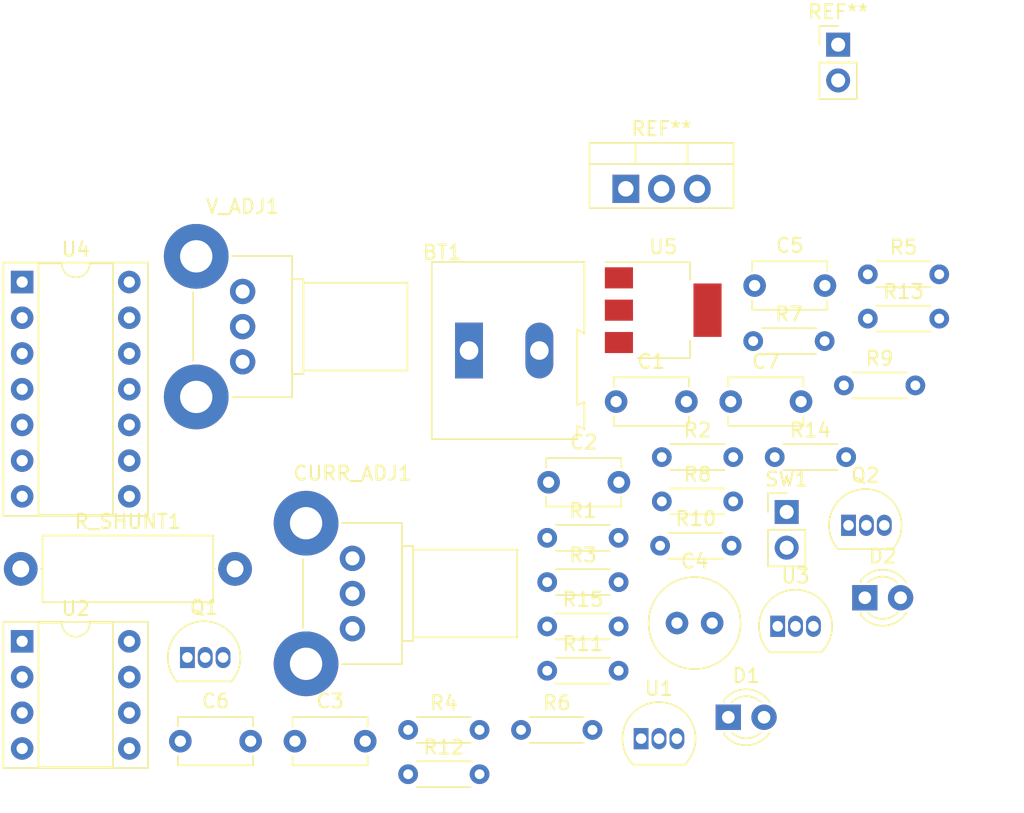
<source format=kicad_pcb>
(kicad_pcb (version 20171130) (host pcbnew 5.1.9+dfsg1-1)

  (general
    (thickness 1.6)
    (drawings 0)
    (tracks 0)
    (zones 0)
    (modules 38)
    (nets 31)
  )

  (page A4)
  (layers
    (0 F.Cu signal)
    (31 B.Cu signal)
    (32 B.Adhes user)
    (33 F.Adhes user)
    (34 B.Paste user)
    (35 F.Paste user)
    (36 B.SilkS user)
    (37 F.SilkS user)
    (38 B.Mask user)
    (39 F.Mask user)
    (40 Dwgs.User user)
    (41 Cmts.User user)
    (42 Eco1.User user)
    (43 Eco2.User user)
    (44 Edge.Cuts user)
    (45 Margin user)
    (46 B.CrtYd user)
    (47 F.CrtYd user)
    (48 B.Fab user)
    (49 F.Fab user)
  )

  (setup
    (last_trace_width 0.25)
    (trace_clearance 0.2)
    (zone_clearance 0.508)
    (zone_45_only no)
    (trace_min 0.2)
    (via_size 0.8)
    (via_drill 0.4)
    (via_min_size 0.4)
    (via_min_drill 0.3)
    (uvia_size 0.3)
    (uvia_drill 0.1)
    (uvias_allowed no)
    (uvia_min_size 0.2)
    (uvia_min_drill 0.1)
    (edge_width 0.05)
    (segment_width 0.2)
    (pcb_text_width 0.3)
    (pcb_text_size 1.5 1.5)
    (mod_edge_width 0.12)
    (mod_text_size 1 1)
    (mod_text_width 0.15)
    (pad_size 1.524 1.524)
    (pad_drill 0.762)
    (pad_to_mask_clearance 0)
    (aux_axis_origin 0 0)
    (visible_elements FFFFFF7F)
    (pcbplotparams
      (layerselection 0x010fc_ffffffff)
      (usegerberextensions false)
      (usegerberattributes true)
      (usegerberadvancedattributes true)
      (creategerberjobfile true)
      (excludeedgelayer true)
      (linewidth 0.100000)
      (plotframeref false)
      (viasonmask false)
      (mode 1)
      (useauxorigin false)
      (hpglpennumber 1)
      (hpglpenspeed 20)
      (hpglpendiameter 15.000000)
      (psnegative false)
      (psa4output false)
      (plotreference true)
      (plotvalue true)
      (plotinvisibletext false)
      (padsonsilk false)
      (subtractmaskfromsilk false)
      (outputformat 1)
      (mirror false)
      (drillshape 1)
      (scaleselection 1)
      (outputdirectory ""))
  )

  (net 0 "")
  (net 1 +2V5)
  (net 2 Earth)
  (net 3 -2V5)
  (net 4 "Net-(C6-Pad1)")
  (net 5 "Net-(C5-Pad2)")
  (net 6 /LOAD_Hi)
  (net 7 "Net-(BT1-Pad1)")
  (net 8 +BATT)
  (net 9 VSS)
  (net 10 "Net-(C3-Pad2)")
  (net 11 "Net-(C3-Pad1)")
  (net 12 "Net-(CURR_ADJ1-Pad1)")
  (net 13 "Net-(CURR_ADJ1-Pad2)")
  (net 14 "Net-(D1-Pad2)")
  (net 15 "Net-(D2-Pad1)")
  (net 16 "Net-(Q1-Pad3)")
  (net 17 "Net-(Q1-Pad2)")
  (net 18 "Net-(Q2-Pad1)")
  (net 19 "Net-(Q2-Pad2)")
  (net 20 "Net-(R4-Pad2)")
  (net 21 /CURRENT_FB)
  (net 22 "Net-(R5-Pad1)")
  (net 23 "Net-(R6-Pad2)")
  (net 24 "Net-(R11-Pad1)")
  (net 25 "Net-(R10-Pad2)")
  (net 26 "Net-(R12-Pad1)")
  (net 27 "Net-(U2-Pad7)")
  (net 28 "Net-(U2-Pad6)")
  (net 29 "Net-(U2-Pad1)")
  (net 30 "Net-(U4-Pad5)")

  (net_class Default "This is the default net class."
    (clearance 0.2)
    (trace_width 0.25)
    (via_dia 0.8)
    (via_drill 0.4)
    (uvia_dia 0.3)
    (uvia_drill 0.1)
    (add_net +2V5)
    (add_net +BATT)
    (add_net -2V5)
    (add_net /CURRENT_FB)
    (add_net /LOAD_Hi)
    (add_net Earth)
    (add_net "Net-(BT1-Pad1)")
    (add_net "Net-(C3-Pad1)")
    (add_net "Net-(C3-Pad2)")
    (add_net "Net-(C5-Pad2)")
    (add_net "Net-(C6-Pad1)")
    (add_net "Net-(CURR_ADJ1-Pad1)")
    (add_net "Net-(CURR_ADJ1-Pad2)")
    (add_net "Net-(D1-Pad2)")
    (add_net "Net-(D2-Pad1)")
    (add_net "Net-(Q1-Pad2)")
    (add_net "Net-(Q1-Pad3)")
    (add_net "Net-(Q2-Pad1)")
    (add_net "Net-(Q2-Pad2)")
    (add_net "Net-(R10-Pad2)")
    (add_net "Net-(R11-Pad1)")
    (add_net "Net-(R12-Pad1)")
    (add_net "Net-(R4-Pad2)")
    (add_net "Net-(R5-Pad1)")
    (add_net "Net-(R6-Pad2)")
    (add_net "Net-(U2-Pad1)")
    (add_net "Net-(U2-Pad6)")
    (add_net "Net-(U2-Pad7)")
    (add_net "Net-(U4-Pad5)")
    (add_net VSS)
  )

  (module Package_TO_SOT_THT:TO-220-3_Vertical (layer F.Cu) (tedit 5AC8BA0D) (tstamp 61E7AF82)
    (at 168.1 76.95)
    (descr "TO-220-3, Vertical, RM 2.54mm, see https://www.vishay.com/docs/66542/to-220-1.pdf")
    (tags "TO-220-3 Vertical RM 2.54mm")
    (fp_text reference REF** (at 2.54 -4.27) (layer F.SilkS)
      (effects (font (size 1 1) (thickness 0.15)))
    )
    (fp_text value TO-220-3_Vertical (at 2.54 2.5) (layer F.Fab)
      (effects (font (size 1 1) (thickness 0.15)))
    )
    (fp_text user %R (at 2.54 -4.27) (layer F.Fab)
      (effects (font (size 1 1) (thickness 0.15)))
    )
    (fp_line (start -2.46 -3.15) (end -2.46 1.25) (layer F.Fab) (width 0.1))
    (fp_line (start -2.46 1.25) (end 7.54 1.25) (layer F.Fab) (width 0.1))
    (fp_line (start 7.54 1.25) (end 7.54 -3.15) (layer F.Fab) (width 0.1))
    (fp_line (start 7.54 -3.15) (end -2.46 -3.15) (layer F.Fab) (width 0.1))
    (fp_line (start -2.46 -1.88) (end 7.54 -1.88) (layer F.Fab) (width 0.1))
    (fp_line (start 0.69 -3.15) (end 0.69 -1.88) (layer F.Fab) (width 0.1))
    (fp_line (start 4.39 -3.15) (end 4.39 -1.88) (layer F.Fab) (width 0.1))
    (fp_line (start -2.58 -3.27) (end 7.66 -3.27) (layer F.SilkS) (width 0.12))
    (fp_line (start -2.58 1.371) (end 7.66 1.371) (layer F.SilkS) (width 0.12))
    (fp_line (start -2.58 -3.27) (end -2.58 1.371) (layer F.SilkS) (width 0.12))
    (fp_line (start 7.66 -3.27) (end 7.66 1.371) (layer F.SilkS) (width 0.12))
    (fp_line (start -2.58 -1.76) (end 7.66 -1.76) (layer F.SilkS) (width 0.12))
    (fp_line (start 0.69 -3.27) (end 0.69 -1.76) (layer F.SilkS) (width 0.12))
    (fp_line (start 4.391 -3.27) (end 4.391 -1.76) (layer F.SilkS) (width 0.12))
    (fp_line (start -2.71 -3.4) (end -2.71 1.51) (layer F.CrtYd) (width 0.05))
    (fp_line (start -2.71 1.51) (end 7.79 1.51) (layer F.CrtYd) (width 0.05))
    (fp_line (start 7.79 1.51) (end 7.79 -3.4) (layer F.CrtYd) (width 0.05))
    (fp_line (start 7.79 -3.4) (end -2.71 -3.4) (layer F.CrtYd) (width 0.05))
    (pad 3 thru_hole oval (at 5.08 0) (size 1.905 2) (drill 1.1) (layers *.Cu *.Mask))
    (pad 2 thru_hole oval (at 2.54 0) (size 1.905 2) (drill 1.1) (layers *.Cu *.Mask))
    (pad 1 thru_hole rect (at 0 0) (size 1.905 2) (drill 1.1) (layers *.Cu *.Mask))
    (model ${KISYS3DMOD}/Package_TO_SOT_THT.3dshapes/TO-220-3_Vertical.wrl
      (at (xyz 0 0 0))
      (scale (xyz 1 1 1))
      (rotate (xyz 0 0 0))
    )
  )

  (module Connector_PinHeader_2.54mm:PinHeader_1x02_P2.54mm_Vertical (layer F.Cu) (tedit 59FED5CC) (tstamp 61E7AB5A)
    (at 183.2 66.7)
    (descr "Through hole straight pin header, 1x02, 2.54mm pitch, single row")
    (tags "Through hole pin header THT 1x02 2.54mm single row")
    (fp_text reference REF** (at 0 -2.33) (layer F.SilkS)
      (effects (font (size 1 1) (thickness 0.15)))
    )
    (fp_text value PinHeader_1x02_P2.54mm_Vertical (at 0 4.87) (layer F.Fab)
      (effects (font (size 1 1) (thickness 0.15)))
    )
    (fp_text user %R (at 0 1.27 90) (layer F.Fab)
      (effects (font (size 1 1) (thickness 0.15)))
    )
    (fp_line (start -0.635 -1.27) (end 1.27 -1.27) (layer F.Fab) (width 0.1))
    (fp_line (start 1.27 -1.27) (end 1.27 3.81) (layer F.Fab) (width 0.1))
    (fp_line (start 1.27 3.81) (end -1.27 3.81) (layer F.Fab) (width 0.1))
    (fp_line (start -1.27 3.81) (end -1.27 -0.635) (layer F.Fab) (width 0.1))
    (fp_line (start -1.27 -0.635) (end -0.635 -1.27) (layer F.Fab) (width 0.1))
    (fp_line (start -1.33 3.87) (end 1.33 3.87) (layer F.SilkS) (width 0.12))
    (fp_line (start -1.33 1.27) (end -1.33 3.87) (layer F.SilkS) (width 0.12))
    (fp_line (start 1.33 1.27) (end 1.33 3.87) (layer F.SilkS) (width 0.12))
    (fp_line (start -1.33 1.27) (end 1.33 1.27) (layer F.SilkS) (width 0.12))
    (fp_line (start -1.33 0) (end -1.33 -1.33) (layer F.SilkS) (width 0.12))
    (fp_line (start -1.33 -1.33) (end 0 -1.33) (layer F.SilkS) (width 0.12))
    (fp_line (start -1.8 -1.8) (end -1.8 4.35) (layer F.CrtYd) (width 0.05))
    (fp_line (start -1.8 4.35) (end 1.8 4.35) (layer F.CrtYd) (width 0.05))
    (fp_line (start 1.8 4.35) (end 1.8 -1.8) (layer F.CrtYd) (width 0.05))
    (fp_line (start 1.8 -1.8) (end -1.8 -1.8) (layer F.CrtYd) (width 0.05))
    (pad 2 thru_hole oval (at 0 2.54) (size 1.7 1.7) (drill 1) (layers *.Cu *.Mask))
    (pad 1 thru_hole rect (at 0 0) (size 1.7 1.7) (drill 1) (layers *.Cu *.Mask))
    (model ${KISYS3DMOD}/Connector_PinHeader_2.54mm.3dshapes/PinHeader_1x02_P2.54mm_Vertical.wrl
      (at (xyz 0 0 0))
      (scale (xyz 1 1 1))
      (rotate (xyz 0 0 0))
    )
  )

  (module Potentiometer_THT:Potentiometer_Alps_RK09K_Single_Horizontal (layer F.Cu) (tedit 5A3D4993) (tstamp 61E7A6FD)
    (at 140.85 89.25)
    (descr "Potentiometer, horizontal, Alps RK09K Single, http://www.alps.com/prod/info/E/HTML/Potentiometer/RotaryPotentiometers/RK09K/RK09K_list.html")
    (tags "Potentiometer horizontal Alps RK09K Single")
    (path /60B9F7F3)
    (fp_text reference V_ADJ1 (at 0 -11.05) (layer F.SilkS)
      (effects (font (size 1 1) (thickness 0.15)))
    )
    (fp_text value 100k (at 0 6.05) (layer F.Fab)
      (effects (font (size 1 1) (thickness 0.15)))
    )
    (fp_text user %R (at 0 -2.5) (layer F.Fab)
      (effects (font (size 1 1) (thickness 0.15)))
    )
    (fp_line (start -3.4 -7.4) (end -3.4 2.4) (layer F.Fab) (width 0.1))
    (fp_line (start -3.4 2.4) (end 3.4 2.4) (layer F.Fab) (width 0.1))
    (fp_line (start 3.4 2.4) (end 3.4 -7.4) (layer F.Fab) (width 0.1))
    (fp_line (start 3.4 -7.4) (end -3.4 -7.4) (layer F.Fab) (width 0.1))
    (fp_line (start 3.4 -5.75) (end 3.4 0.75) (layer F.Fab) (width 0.1))
    (fp_line (start 3.4 0.75) (end 4.2 0.75) (layer F.Fab) (width 0.1))
    (fp_line (start 4.2 0.75) (end 4.2 -5.75) (layer F.Fab) (width 0.1))
    (fp_line (start 4.2 -5.75) (end 3.4 -5.75) (layer F.Fab) (width 0.1))
    (fp_line (start 4.2 -5.5) (end 4.2 0.5) (layer F.Fab) (width 0.1))
    (fp_line (start 4.2 0.5) (end 11.6 0.5) (layer F.Fab) (width 0.1))
    (fp_line (start 11.6 0.5) (end 11.6 -5.5) (layer F.Fab) (width 0.1))
    (fp_line (start 11.6 -5.5) (end 4.2 -5.5) (layer F.Fab) (width 0.1))
    (fp_line (start -0.745 -7.521) (end 3.52 -7.521) (layer F.SilkS) (width 0.12))
    (fp_line (start -0.745 2.52) (end 3.52 2.52) (layer F.SilkS) (width 0.12))
    (fp_line (start -3.52 -4.944) (end -3.52 -0.055) (layer F.SilkS) (width 0.12))
    (fp_line (start 3.52 -7.521) (end 3.52 2.52) (layer F.SilkS) (width 0.12))
    (fp_line (start 3.52 -5.87) (end 4.32 -5.87) (layer F.SilkS) (width 0.12))
    (fp_line (start 3.52 0.87) (end 4.32 0.87) (layer F.SilkS) (width 0.12))
    (fp_line (start 3.52 -5.87) (end 3.52 0.87) (layer F.SilkS) (width 0.12))
    (fp_line (start 4.32 -5.87) (end 4.32 0.87) (layer F.SilkS) (width 0.12))
    (fp_line (start 4.32 -5.62) (end 11.72 -5.62) (layer F.SilkS) (width 0.12))
    (fp_line (start 4.32 0.62) (end 11.72 0.62) (layer F.SilkS) (width 0.12))
    (fp_line (start 4.32 -5.62) (end 4.32 0.62) (layer F.SilkS) (width 0.12))
    (fp_line (start 11.72 -5.62) (end 11.72 0.62) (layer F.SilkS) (width 0.12))
    (fp_line (start -5.85 -10.05) (end -5.85 5.1) (layer F.CrtYd) (width 0.05))
    (fp_line (start -5.85 5.1) (end 11.85 5.1) (layer F.CrtYd) (width 0.05))
    (fp_line (start 11.85 5.1) (end 11.85 -10.05) (layer F.CrtYd) (width 0.05))
    (fp_line (start 11.85 -10.05) (end -5.85 -10.05) (layer F.CrtYd) (width 0.05))
    (pad "" thru_hole circle (at -3.3 2.5) (size 4.6 4.6) (drill 2.3) (layers *.Cu *.Mask))
    (pad "" thru_hole circle (at -3.3 -7.5) (size 4.6 4.6) (drill 2.3) (layers *.Cu *.Mask))
    (pad 1 thru_hole circle (at 0 0) (size 1.8 1.8) (drill 1) (layers *.Cu *.Mask)
      (net 1 +2V5))
    (pad 2 thru_hole circle (at 0 -2.5) (size 1.8 1.8) (drill 1) (layers *.Cu *.Mask)
      (net 30 "Net-(U4-Pad5)"))
    (pad 3 thru_hole circle (at 0 -5) (size 1.8 1.8) (drill 1) (layers *.Cu *.Mask)
      (net 20 "Net-(R4-Pad2)"))
    (model ${KISYS3DMOD}/Potentiometer_THT.3dshapes/Potentiometer_Alps_RK09K_Single_Horizontal.wrl
      (at (xyz 0 0 0))
      (scale (xyz 1 1 1))
      (rotate (xyz 0 0 0))
    )
  )

  (module Package_TO_SOT_SMD:SOT-223-3_TabPin2 (layer F.Cu) (tedit 5A02FF57) (tstamp 61E7A6D7)
    (at 170.76 85.58)
    (descr "module CMS SOT223 4 pins")
    (tags "CMS SOT")
    (path /60B2E1E4)
    (attr smd)
    (fp_text reference U5 (at 0 -4.5) (layer F.SilkS)
      (effects (font (size 1 1) (thickness 0.15)))
    )
    (fp_text value LM1117 (at 0 4.5) (layer F.Fab)
      (effects (font (size 1 1) (thickness 0.15)))
    )
    (fp_text user %R (at 0 0 90) (layer F.Fab)
      (effects (font (size 0.8 0.8) (thickness 0.12)))
    )
    (fp_line (start 1.91 3.41) (end 1.91 2.15) (layer F.SilkS) (width 0.12))
    (fp_line (start 1.91 -3.41) (end 1.91 -2.15) (layer F.SilkS) (width 0.12))
    (fp_line (start 4.4 -3.6) (end -4.4 -3.6) (layer F.CrtYd) (width 0.05))
    (fp_line (start 4.4 3.6) (end 4.4 -3.6) (layer F.CrtYd) (width 0.05))
    (fp_line (start -4.4 3.6) (end 4.4 3.6) (layer F.CrtYd) (width 0.05))
    (fp_line (start -4.4 -3.6) (end -4.4 3.6) (layer F.CrtYd) (width 0.05))
    (fp_line (start -1.85 -2.35) (end -0.85 -3.35) (layer F.Fab) (width 0.1))
    (fp_line (start -1.85 -2.35) (end -1.85 3.35) (layer F.Fab) (width 0.1))
    (fp_line (start -1.85 3.41) (end 1.91 3.41) (layer F.SilkS) (width 0.12))
    (fp_line (start -0.85 -3.35) (end 1.85 -3.35) (layer F.Fab) (width 0.1))
    (fp_line (start -4.1 -3.41) (end 1.91 -3.41) (layer F.SilkS) (width 0.12))
    (fp_line (start -1.85 3.35) (end 1.85 3.35) (layer F.Fab) (width 0.1))
    (fp_line (start 1.85 -3.35) (end 1.85 3.35) (layer F.Fab) (width 0.1))
    (pad 1 smd rect (at -3.15 -2.3) (size 2 1.5) (layers F.Cu F.Paste F.Mask)
      (net 4 "Net-(C6-Pad1)"))
    (pad 3 smd rect (at -3.15 2.3) (size 2 1.5) (layers F.Cu F.Paste F.Mask)
      (net 5 "Net-(C5-Pad2)"))
    (pad 2 smd rect (at -3.15 0) (size 2 1.5) (layers F.Cu F.Paste F.Mask)
      (net 6 /LOAD_Hi))
    (pad 2 smd rect (at 3.15 0) (size 2 3.8) (layers F.Cu F.Paste F.Mask)
      (net 6 /LOAD_Hi))
    (model ${KISYS3DMOD}/Package_TO_SOT_SMD.3dshapes/SOT-223.wrl
      (at (xyz 0 0 0))
      (scale (xyz 1 1 1))
      (rotate (xyz 0 0 0))
    )
  )

  (module Package_DIP:DIP-14_W7.62mm_Socket (layer F.Cu) (tedit 5A02E8C5) (tstamp 61E7A6C1)
    (at 125.17 83.58)
    (descr "14-lead though-hole mounted DIP package, row spacing 7.62 mm (300 mils), Socket")
    (tags "THT DIP DIL PDIP 2.54mm 7.62mm 300mil Socket")
    (path /60B27E8E)
    (fp_text reference U4 (at 3.81 -2.33) (layer F.SilkS)
      (effects (font (size 1 1) (thickness 0.15)))
    )
    (fp_text value LM324 (at 3.81 17.57) (layer F.Fab)
      (effects (font (size 1 1) (thickness 0.15)))
    )
    (fp_text user %R (at 3.81 7.62) (layer F.Fab)
      (effects (font (size 1 1) (thickness 0.15)))
    )
    (fp_arc (start 3.81 -1.33) (end 2.81 -1.33) (angle -180) (layer F.SilkS) (width 0.12))
    (fp_line (start 1.635 -1.27) (end 6.985 -1.27) (layer F.Fab) (width 0.1))
    (fp_line (start 6.985 -1.27) (end 6.985 16.51) (layer F.Fab) (width 0.1))
    (fp_line (start 6.985 16.51) (end 0.635 16.51) (layer F.Fab) (width 0.1))
    (fp_line (start 0.635 16.51) (end 0.635 -0.27) (layer F.Fab) (width 0.1))
    (fp_line (start 0.635 -0.27) (end 1.635 -1.27) (layer F.Fab) (width 0.1))
    (fp_line (start -1.27 -1.33) (end -1.27 16.57) (layer F.Fab) (width 0.1))
    (fp_line (start -1.27 16.57) (end 8.89 16.57) (layer F.Fab) (width 0.1))
    (fp_line (start 8.89 16.57) (end 8.89 -1.33) (layer F.Fab) (width 0.1))
    (fp_line (start 8.89 -1.33) (end -1.27 -1.33) (layer F.Fab) (width 0.1))
    (fp_line (start 2.81 -1.33) (end 1.16 -1.33) (layer F.SilkS) (width 0.12))
    (fp_line (start 1.16 -1.33) (end 1.16 16.57) (layer F.SilkS) (width 0.12))
    (fp_line (start 1.16 16.57) (end 6.46 16.57) (layer F.SilkS) (width 0.12))
    (fp_line (start 6.46 16.57) (end 6.46 -1.33) (layer F.SilkS) (width 0.12))
    (fp_line (start 6.46 -1.33) (end 4.81 -1.33) (layer F.SilkS) (width 0.12))
    (fp_line (start -1.33 -1.39) (end -1.33 16.63) (layer F.SilkS) (width 0.12))
    (fp_line (start -1.33 16.63) (end 8.95 16.63) (layer F.SilkS) (width 0.12))
    (fp_line (start 8.95 16.63) (end 8.95 -1.39) (layer F.SilkS) (width 0.12))
    (fp_line (start 8.95 -1.39) (end -1.33 -1.39) (layer F.SilkS) (width 0.12))
    (fp_line (start -1.55 -1.6) (end -1.55 16.85) (layer F.CrtYd) (width 0.05))
    (fp_line (start -1.55 16.85) (end 9.15 16.85) (layer F.CrtYd) (width 0.05))
    (fp_line (start 9.15 16.85) (end 9.15 -1.6) (layer F.CrtYd) (width 0.05))
    (fp_line (start 9.15 -1.6) (end -1.55 -1.6) (layer F.CrtYd) (width 0.05))
    (pad 14 thru_hole oval (at 7.62 0) (size 1.6 1.6) (drill 0.8) (layers *.Cu *.Mask))
    (pad 7 thru_hole oval (at 0 15.24) (size 1.6 1.6) (drill 0.8) (layers *.Cu *.Mask)
      (net 26 "Net-(R12-Pad1)"))
    (pad 13 thru_hole oval (at 7.62 2.54) (size 1.6 1.6) (drill 0.8) (layers *.Cu *.Mask))
    (pad 6 thru_hole oval (at 0 12.7) (size 1.6 1.6) (drill 0.8) (layers *.Cu *.Mask)
      (net 23 "Net-(R6-Pad2)"))
    (pad 12 thru_hole oval (at 7.62 5.08) (size 1.6 1.6) (drill 0.8) (layers *.Cu *.Mask))
    (pad 5 thru_hole oval (at 0 10.16) (size 1.6 1.6) (drill 0.8) (layers *.Cu *.Mask)
      (net 30 "Net-(U4-Pad5)"))
    (pad 11 thru_hole oval (at 7.62 7.62) (size 1.6 1.6) (drill 0.8) (layers *.Cu *.Mask)
      (net 9 VSS))
    (pad 4 thru_hole oval (at 0 7.62) (size 1.6 1.6) (drill 0.8) (layers *.Cu *.Mask)
      (net 8 +BATT))
    (pad 10 thru_hole oval (at 7.62 10.16) (size 1.6 1.6) (drill 0.8) (layers *.Cu *.Mask)
      (net 21 /CURRENT_FB))
    (pad 3 thru_hole oval (at 0 5.08) (size 1.6 1.6) (drill 0.8) (layers *.Cu *.Mask)
      (net 24 "Net-(R11-Pad1)"))
    (pad 9 thru_hole oval (at 7.62 12.7) (size 1.6 1.6) (drill 0.8) (layers *.Cu *.Mask)
      (net 13 "Net-(CURR_ADJ1-Pad2)"))
    (pad 2 thru_hole oval (at 0 2.54) (size 1.6 1.6) (drill 0.8) (layers *.Cu *.Mask)
      (net 22 "Net-(R5-Pad1)"))
    (pad 8 thru_hole oval (at 7.62 15.24) (size 1.6 1.6) (drill 0.8) (layers *.Cu *.Mask)
      (net 25 "Net-(R10-Pad2)"))
    (pad 1 thru_hole rect (at 0 0) (size 1.6 1.6) (drill 0.8) (layers *.Cu *.Mask)
      (net 21 /CURRENT_FB))
    (model ${KISYS3DMOD}/Package_DIP.3dshapes/DIP-14_W7.62mm_Socket.wrl
      (at (xyz 0 0 0))
      (scale (xyz 1 1 1))
      (rotate (xyz 0 0 0))
    )
  )

  (module Package_TO_SOT_THT:TO-92_Inline (layer F.Cu) (tedit 5A1DD157) (tstamp 61E7A697)
    (at 178.9 108.06)
    (descr "TO-92 leads in-line, narrow, oval pads, drill 0.75mm (see NXP sot054_po.pdf)")
    (tags "to-92 sc-43 sc-43a sot54 PA33 transistor")
    (path /626D9ADF)
    (fp_text reference U3 (at 1.27 -3.56) (layer F.SilkS)
      (effects (font (size 1 1) (thickness 0.15)))
    )
    (fp_text value TL431LP (at 1.27 2.79) (layer F.Fab)
      (effects (font (size 1 1) (thickness 0.15)))
    )
    (fp_arc (start 1.27 0) (end 1.27 -2.6) (angle 135) (layer F.SilkS) (width 0.12))
    (fp_arc (start 1.27 0) (end 1.27 -2.48) (angle -135) (layer F.Fab) (width 0.1))
    (fp_arc (start 1.27 0) (end 1.27 -2.6) (angle -135) (layer F.SilkS) (width 0.12))
    (fp_arc (start 1.27 0) (end 1.27 -2.48) (angle 135) (layer F.Fab) (width 0.1))
    (fp_text user %R (at 1.27 0) (layer F.Fab)
      (effects (font (size 1 1) (thickness 0.15)))
    )
    (fp_line (start -0.53 1.85) (end 3.07 1.85) (layer F.SilkS) (width 0.12))
    (fp_line (start -0.5 1.75) (end 3 1.75) (layer F.Fab) (width 0.1))
    (fp_line (start -1.46 -2.73) (end 4 -2.73) (layer F.CrtYd) (width 0.05))
    (fp_line (start -1.46 -2.73) (end -1.46 2.01) (layer F.CrtYd) (width 0.05))
    (fp_line (start 4 2.01) (end 4 -2.73) (layer F.CrtYd) (width 0.05))
    (fp_line (start 4 2.01) (end -1.46 2.01) (layer F.CrtYd) (width 0.05))
    (pad 1 thru_hole rect (at 0 0) (size 1.05 1.5) (drill 0.75) (layers *.Cu *.Mask)
      (net 2 Earth))
    (pad 3 thru_hole oval (at 2.54 0) (size 1.05 1.5) (drill 0.75) (layers *.Cu *.Mask)
      (net 2 Earth))
    (pad 2 thru_hole oval (at 1.27 0) (size 1.05 1.5) (drill 0.75) (layers *.Cu *.Mask)
      (net 3 -2V5))
    (model ${KISYS3DMOD}/Package_TO_SOT_THT.3dshapes/TO-92_Inline.wrl
      (at (xyz 0 0 0))
      (scale (xyz 1 1 1))
      (rotate (xyz 0 0 0))
    )
  )

  (module Package_DIP:DIP-8_W7.62mm_Socket (layer F.Cu) (tedit 5A02E8C5) (tstamp 61E7A685)
    (at 125.17 109.13)
    (descr "8-lead though-hole mounted DIP package, row spacing 7.62 mm (300 mils), Socket")
    (tags "THT DIP DIL PDIP 2.54mm 7.62mm 300mil Socket")
    (path /61EE342F)
    (fp_text reference U2 (at 3.81 -2.33) (layer F.SilkS)
      (effects (font (size 1 1) (thickness 0.15)))
    )
    (fp_text value ICL7660 (at 3.81 9.95) (layer F.Fab)
      (effects (font (size 1 1) (thickness 0.15)))
    )
    (fp_text user %R (at 3.81 3.81) (layer F.Fab)
      (effects (font (size 1 1) (thickness 0.15)))
    )
    (fp_arc (start 3.81 -1.33) (end 2.81 -1.33) (angle -180) (layer F.SilkS) (width 0.12))
    (fp_line (start 1.635 -1.27) (end 6.985 -1.27) (layer F.Fab) (width 0.1))
    (fp_line (start 6.985 -1.27) (end 6.985 8.89) (layer F.Fab) (width 0.1))
    (fp_line (start 6.985 8.89) (end 0.635 8.89) (layer F.Fab) (width 0.1))
    (fp_line (start 0.635 8.89) (end 0.635 -0.27) (layer F.Fab) (width 0.1))
    (fp_line (start 0.635 -0.27) (end 1.635 -1.27) (layer F.Fab) (width 0.1))
    (fp_line (start -1.27 -1.33) (end -1.27 8.95) (layer F.Fab) (width 0.1))
    (fp_line (start -1.27 8.95) (end 8.89 8.95) (layer F.Fab) (width 0.1))
    (fp_line (start 8.89 8.95) (end 8.89 -1.33) (layer F.Fab) (width 0.1))
    (fp_line (start 8.89 -1.33) (end -1.27 -1.33) (layer F.Fab) (width 0.1))
    (fp_line (start 2.81 -1.33) (end 1.16 -1.33) (layer F.SilkS) (width 0.12))
    (fp_line (start 1.16 -1.33) (end 1.16 8.95) (layer F.SilkS) (width 0.12))
    (fp_line (start 1.16 8.95) (end 6.46 8.95) (layer F.SilkS) (width 0.12))
    (fp_line (start 6.46 8.95) (end 6.46 -1.33) (layer F.SilkS) (width 0.12))
    (fp_line (start 6.46 -1.33) (end 4.81 -1.33) (layer F.SilkS) (width 0.12))
    (fp_line (start -1.33 -1.39) (end -1.33 9.01) (layer F.SilkS) (width 0.12))
    (fp_line (start -1.33 9.01) (end 8.95 9.01) (layer F.SilkS) (width 0.12))
    (fp_line (start 8.95 9.01) (end 8.95 -1.39) (layer F.SilkS) (width 0.12))
    (fp_line (start 8.95 -1.39) (end -1.33 -1.39) (layer F.SilkS) (width 0.12))
    (fp_line (start -1.55 -1.6) (end -1.55 9.2) (layer F.CrtYd) (width 0.05))
    (fp_line (start -1.55 9.2) (end 9.15 9.2) (layer F.CrtYd) (width 0.05))
    (fp_line (start 9.15 9.2) (end 9.15 -1.6) (layer F.CrtYd) (width 0.05))
    (fp_line (start 9.15 -1.6) (end -1.55 -1.6) (layer F.CrtYd) (width 0.05))
    (pad 8 thru_hole oval (at 7.62 0) (size 1.6 1.6) (drill 0.8) (layers *.Cu *.Mask)
      (net 8 +BATT))
    (pad 4 thru_hole oval (at 0 7.62) (size 1.6 1.6) (drill 0.8) (layers *.Cu *.Mask)
      (net 11 "Net-(C3-Pad1)"))
    (pad 7 thru_hole oval (at 7.62 2.54) (size 1.6 1.6) (drill 0.8) (layers *.Cu *.Mask)
      (net 27 "Net-(U2-Pad7)"))
    (pad 3 thru_hole oval (at 0 5.08) (size 1.6 1.6) (drill 0.8) (layers *.Cu *.Mask)
      (net 2 Earth))
    (pad 6 thru_hole oval (at 7.62 5.08) (size 1.6 1.6) (drill 0.8) (layers *.Cu *.Mask)
      (net 28 "Net-(U2-Pad6)"))
    (pad 2 thru_hole oval (at 0 2.54) (size 1.6 1.6) (drill 0.8) (layers *.Cu *.Mask)
      (net 10 "Net-(C3-Pad2)"))
    (pad 5 thru_hole oval (at 7.62 7.62) (size 1.6 1.6) (drill 0.8) (layers *.Cu *.Mask)
      (net 9 VSS))
    (pad 1 thru_hole rect (at 0 0) (size 1.6 1.6) (drill 0.8) (layers *.Cu *.Mask)
      (net 29 "Net-(U2-Pad1)"))
    (model ${KISYS3DMOD}/Package_DIP.3dshapes/DIP-8_W7.62mm_Socket.wrl
      (at (xyz 0 0 0))
      (scale (xyz 1 1 1))
      (rotate (xyz 0 0 0))
    )
  )

  (module Package_TO_SOT_THT:TO-92_Inline (layer F.Cu) (tedit 5A1DD157) (tstamp 61E7A661)
    (at 169.19 116.05)
    (descr "TO-92 leads in-line, narrow, oval pads, drill 0.75mm (see NXP sot054_po.pdf)")
    (tags "to-92 sc-43 sc-43a sot54 PA33 transistor")
    (path /60F27FB5)
    (fp_text reference U1 (at 1.27 -3.56) (layer F.SilkS)
      (effects (font (size 1 1) (thickness 0.15)))
    )
    (fp_text value TL431LP (at 1.27 2.79) (layer F.Fab)
      (effects (font (size 1 1) (thickness 0.15)))
    )
    (fp_arc (start 1.27 0) (end 1.27 -2.6) (angle 135) (layer F.SilkS) (width 0.12))
    (fp_arc (start 1.27 0) (end 1.27 -2.48) (angle -135) (layer F.Fab) (width 0.1))
    (fp_arc (start 1.27 0) (end 1.27 -2.6) (angle -135) (layer F.SilkS) (width 0.12))
    (fp_arc (start 1.27 0) (end 1.27 -2.48) (angle 135) (layer F.Fab) (width 0.1))
    (fp_text user %R (at 1.27 0) (layer F.Fab)
      (effects (font (size 1 1) (thickness 0.15)))
    )
    (fp_line (start -0.53 1.85) (end 3.07 1.85) (layer F.SilkS) (width 0.12))
    (fp_line (start -0.5 1.75) (end 3 1.75) (layer F.Fab) (width 0.1))
    (fp_line (start -1.46 -2.73) (end 4 -2.73) (layer F.CrtYd) (width 0.05))
    (fp_line (start -1.46 -2.73) (end -1.46 2.01) (layer F.CrtYd) (width 0.05))
    (fp_line (start 4 2.01) (end 4 -2.73) (layer F.CrtYd) (width 0.05))
    (fp_line (start 4 2.01) (end -1.46 2.01) (layer F.CrtYd) (width 0.05))
    (pad 1 thru_hole rect (at 0 0) (size 1.05 1.5) (drill 0.75) (layers *.Cu *.Mask)
      (net 1 +2V5))
    (pad 3 thru_hole oval (at 2.54 0) (size 1.05 1.5) (drill 0.75) (layers *.Cu *.Mask)
      (net 1 +2V5))
    (pad 2 thru_hole oval (at 1.27 0) (size 1.05 1.5) (drill 0.75) (layers *.Cu *.Mask)
      (net 2 Earth))
    (model ${KISYS3DMOD}/Package_TO_SOT_THT.3dshapes/TO-92_Inline.wrl
      (at (xyz 0 0 0))
      (scale (xyz 1 1 1))
      (rotate (xyz 0 0 0))
    )
  )

  (module Connector_PinHeader_2.54mm:PinHeader_1x02_P2.54mm_Vertical (layer F.Cu) (tedit 59FED5CC) (tstamp 61E7A64F)
    (at 179.54 99.93)
    (descr "Through hole straight pin header, 1x02, 2.54mm pitch, single row")
    (tags "Through hole pin header THT 1x02 2.54mm single row")
    (path /62CA980F)
    (fp_text reference SW1 (at 0 -2.33) (layer F.SilkS)
      (effects (font (size 1 1) (thickness 0.15)))
    )
    (fp_text value SW_SPST (at 0 4.87) (layer F.Fab)
      (effects (font (size 1 1) (thickness 0.15)))
    )
    (fp_text user %R (at 0 1.27 90) (layer F.Fab)
      (effects (font (size 1 1) (thickness 0.15)))
    )
    (fp_line (start -0.635 -1.27) (end 1.27 -1.27) (layer F.Fab) (width 0.1))
    (fp_line (start 1.27 -1.27) (end 1.27 3.81) (layer F.Fab) (width 0.1))
    (fp_line (start 1.27 3.81) (end -1.27 3.81) (layer F.Fab) (width 0.1))
    (fp_line (start -1.27 3.81) (end -1.27 -0.635) (layer F.Fab) (width 0.1))
    (fp_line (start -1.27 -0.635) (end -0.635 -1.27) (layer F.Fab) (width 0.1))
    (fp_line (start -1.33 3.87) (end 1.33 3.87) (layer F.SilkS) (width 0.12))
    (fp_line (start -1.33 1.27) (end -1.33 3.87) (layer F.SilkS) (width 0.12))
    (fp_line (start 1.33 1.27) (end 1.33 3.87) (layer F.SilkS) (width 0.12))
    (fp_line (start -1.33 1.27) (end 1.33 1.27) (layer F.SilkS) (width 0.12))
    (fp_line (start -1.33 0) (end -1.33 -1.33) (layer F.SilkS) (width 0.12))
    (fp_line (start -1.33 -1.33) (end 0 -1.33) (layer F.SilkS) (width 0.12))
    (fp_line (start -1.8 -1.8) (end -1.8 4.35) (layer F.CrtYd) (width 0.05))
    (fp_line (start -1.8 4.35) (end 1.8 4.35) (layer F.CrtYd) (width 0.05))
    (fp_line (start 1.8 4.35) (end 1.8 -1.8) (layer F.CrtYd) (width 0.05))
    (fp_line (start 1.8 -1.8) (end -1.8 -1.8) (layer F.CrtYd) (width 0.05))
    (pad 2 thru_hole oval (at 0 2.54) (size 1.7 1.7) (drill 1) (layers *.Cu *.Mask)
      (net 7 "Net-(BT1-Pad1)"))
    (pad 1 thru_hole rect (at 0 0) (size 1.7 1.7) (drill 1) (layers *.Cu *.Mask)
      (net 8 +BATT))
    (model ${KISYS3DMOD}/Connector_PinHeader_2.54mm.3dshapes/PinHeader_1x02_P2.54mm_Vertical.wrl
      (at (xyz 0 0 0))
      (scale (xyz 1 1 1))
      (rotate (xyz 0 0 0))
    )
  )

  (module Resistor_THT:R_Axial_DIN0414_L11.9mm_D4.5mm_P15.24mm_Horizontal (layer F.Cu) (tedit 5AE5139B) (tstamp 61E7A639)
    (at 125.07 103.98)
    (descr "Resistor, Axial_DIN0414 series, Axial, Horizontal, pin pitch=15.24mm, 2W, length*diameter=11.9*4.5mm^2, http://www.vishay.com/docs/20128/wkxwrx.pdf")
    (tags "Resistor Axial_DIN0414 series Axial Horizontal pin pitch 15.24mm 2W length 11.9mm diameter 4.5mm")
    (path /60B476F4)
    (fp_text reference R_SHUNT1 (at 7.62 -3.37) (layer F.SilkS)
      (effects (font (size 1 1) (thickness 0.15)))
    )
    (fp_text value 1 (at 7.62 3.37) (layer F.Fab)
      (effects (font (size 1 1) (thickness 0.15)))
    )
    (fp_text user %R (at 7.62 0) (layer F.Fab)
      (effects (font (size 1 1) (thickness 0.15)))
    )
    (fp_line (start 1.67 -2.25) (end 1.67 2.25) (layer F.Fab) (width 0.1))
    (fp_line (start 1.67 2.25) (end 13.57 2.25) (layer F.Fab) (width 0.1))
    (fp_line (start 13.57 2.25) (end 13.57 -2.25) (layer F.Fab) (width 0.1))
    (fp_line (start 13.57 -2.25) (end 1.67 -2.25) (layer F.Fab) (width 0.1))
    (fp_line (start 0 0) (end 1.67 0) (layer F.Fab) (width 0.1))
    (fp_line (start 15.24 0) (end 13.57 0) (layer F.Fab) (width 0.1))
    (fp_line (start 1.55 -2.37) (end 1.55 2.37) (layer F.SilkS) (width 0.12))
    (fp_line (start 1.55 2.37) (end 13.69 2.37) (layer F.SilkS) (width 0.12))
    (fp_line (start 13.69 2.37) (end 13.69 -2.37) (layer F.SilkS) (width 0.12))
    (fp_line (start 13.69 -2.37) (end 1.55 -2.37) (layer F.SilkS) (width 0.12))
    (fp_line (start 1.44 0) (end 1.55 0) (layer F.SilkS) (width 0.12))
    (fp_line (start 13.8 0) (end 13.69 0) (layer F.SilkS) (width 0.12))
    (fp_line (start -1.45 -2.5) (end -1.45 2.5) (layer F.CrtYd) (width 0.05))
    (fp_line (start -1.45 2.5) (end 16.69 2.5) (layer F.CrtYd) (width 0.05))
    (fp_line (start 16.69 2.5) (end 16.69 -2.5) (layer F.CrtYd) (width 0.05))
    (fp_line (start 16.69 -2.5) (end -1.45 -2.5) (layer F.CrtYd) (width 0.05))
    (pad 2 thru_hole oval (at 15.24 0) (size 2.4 2.4) (drill 1.2) (layers *.Cu *.Mask)
      (net 8 +BATT))
    (pad 1 thru_hole circle (at 0 0) (size 2.4 2.4) (drill 1.2) (layers *.Cu *.Mask)
      (net 5 "Net-(C5-Pad2)"))
    (model ${KISYS3DMOD}/Resistor_THT.3dshapes/R_Axial_DIN0414_L11.9mm_D4.5mm_P15.24mm_Horizontal.wrl
      (at (xyz 0 0 0))
      (scale (xyz 1 1 1))
      (rotate (xyz 0 0 0))
    )
  )

  (module Resistor_THT:R_Axial_DIN0204_L3.6mm_D1.6mm_P5.08mm_Horizontal (layer F.Cu) (tedit 5AE5139B) (tstamp 61E7A622)
    (at 162.51 108.07)
    (descr "Resistor, Axial_DIN0204 series, Axial, Horizontal, pin pitch=5.08mm, 0.167W, length*diameter=3.6*1.6mm^2, http://cdn-reichelt.de/documents/datenblatt/B400/1_4W%23YAG.pdf")
    (tags "Resistor Axial_DIN0204 series Axial Horizontal pin pitch 5.08mm 0.167W length 3.6mm diameter 1.6mm")
    (path /61F53987)
    (fp_text reference R15 (at 2.54 -1.92) (layer F.SilkS)
      (effects (font (size 1 1) (thickness 0.15)))
    )
    (fp_text value 1k (at 2.54 1.92) (layer F.Fab)
      (effects (font (size 1 1) (thickness 0.15)))
    )
    (fp_text user %R (at 2.54 0) (layer F.Fab)
      (effects (font (size 0.72 0.72) (thickness 0.108)))
    )
    (fp_line (start 0.74 -0.8) (end 0.74 0.8) (layer F.Fab) (width 0.1))
    (fp_line (start 0.74 0.8) (end 4.34 0.8) (layer F.Fab) (width 0.1))
    (fp_line (start 4.34 0.8) (end 4.34 -0.8) (layer F.Fab) (width 0.1))
    (fp_line (start 4.34 -0.8) (end 0.74 -0.8) (layer F.Fab) (width 0.1))
    (fp_line (start 0 0) (end 0.74 0) (layer F.Fab) (width 0.1))
    (fp_line (start 5.08 0) (end 4.34 0) (layer F.Fab) (width 0.1))
    (fp_line (start 0.62 -0.92) (end 4.46 -0.92) (layer F.SilkS) (width 0.12))
    (fp_line (start 0.62 0.92) (end 4.46 0.92) (layer F.SilkS) (width 0.12))
    (fp_line (start -0.95 -1.05) (end -0.95 1.05) (layer F.CrtYd) (width 0.05))
    (fp_line (start -0.95 1.05) (end 6.03 1.05) (layer F.CrtYd) (width 0.05))
    (fp_line (start 6.03 1.05) (end 6.03 -1.05) (layer F.CrtYd) (width 0.05))
    (fp_line (start 6.03 -1.05) (end -0.95 -1.05) (layer F.CrtYd) (width 0.05))
    (pad 2 thru_hole oval (at 5.08 0) (size 1.4 1.4) (drill 0.7) (layers *.Cu *.Mask)
      (net 18 "Net-(Q2-Pad1)"))
    (pad 1 thru_hole circle (at 0 0) (size 1.4 1.4) (drill 0.7) (layers *.Cu *.Mask)
      (net 9 VSS))
    (model ${KISYS3DMOD}/Resistor_THT.3dshapes/R_Axial_DIN0204_L3.6mm_D1.6mm_P5.08mm_Horizontal.wrl
      (at (xyz 0 0 0))
      (scale (xyz 1 1 1))
      (rotate (xyz 0 0 0))
    )
  )

  (module Resistor_THT:R_Axial_DIN0204_L3.6mm_D1.6mm_P5.08mm_Horizontal (layer F.Cu) (tedit 5AE5139B) (tstamp 61E7A60F)
    (at 178.69 96.03)
    (descr "Resistor, Axial_DIN0204 series, Axial, Horizontal, pin pitch=5.08mm, 0.167W, length*diameter=3.6*1.6mm^2, http://cdn-reichelt.de/documents/datenblatt/B400/1_4W%23YAG.pdf")
    (tags "Resistor Axial_DIN0204 series Axial Horizontal pin pitch 5.08mm 0.167W length 3.6mm diameter 1.6mm")
    (path /6203CC04)
    (fp_text reference R14 (at 2.54 -1.92) (layer F.SilkS)
      (effects (font (size 1 1) (thickness 0.15)))
    )
    (fp_text value 100k (at 2.54 1.92) (layer F.Fab)
      (effects (font (size 1 1) (thickness 0.15)))
    )
    (fp_text user %R (at 2.54 0) (layer F.Fab)
      (effects (font (size 0.72 0.72) (thickness 0.108)))
    )
    (fp_line (start 0.74 -0.8) (end 0.74 0.8) (layer F.Fab) (width 0.1))
    (fp_line (start 0.74 0.8) (end 4.34 0.8) (layer F.Fab) (width 0.1))
    (fp_line (start 4.34 0.8) (end 4.34 -0.8) (layer F.Fab) (width 0.1))
    (fp_line (start 4.34 -0.8) (end 0.74 -0.8) (layer F.Fab) (width 0.1))
    (fp_line (start 0 0) (end 0.74 0) (layer F.Fab) (width 0.1))
    (fp_line (start 5.08 0) (end 4.34 0) (layer F.Fab) (width 0.1))
    (fp_line (start 0.62 -0.92) (end 4.46 -0.92) (layer F.SilkS) (width 0.12))
    (fp_line (start 0.62 0.92) (end 4.46 0.92) (layer F.SilkS) (width 0.12))
    (fp_line (start -0.95 -1.05) (end -0.95 1.05) (layer F.CrtYd) (width 0.05))
    (fp_line (start -0.95 1.05) (end 6.03 1.05) (layer F.CrtYd) (width 0.05))
    (fp_line (start 6.03 1.05) (end 6.03 -1.05) (layer F.CrtYd) (width 0.05))
    (fp_line (start 6.03 -1.05) (end -0.95 -1.05) (layer F.CrtYd) (width 0.05))
    (pad 2 thru_hole oval (at 5.08 0) (size 1.4 1.4) (drill 0.7) (layers *.Cu *.Mask)
      (net 1 +2V5))
    (pad 1 thru_hole circle (at 0 0) (size 1.4 1.4) (drill 0.7) (layers *.Cu *.Mask)
      (net 19 "Net-(Q2-Pad2)"))
    (model ${KISYS3DMOD}/Resistor_THT.3dshapes/R_Axial_DIN0204_L3.6mm_D1.6mm_P5.08mm_Horizontal.wrl
      (at (xyz 0 0 0))
      (scale (xyz 1 1 1))
      (rotate (xyz 0 0 0))
    )
  )

  (module Resistor_THT:R_Axial_DIN0204_L3.6mm_D1.6mm_P5.08mm_Horizontal (layer F.Cu) (tedit 5AE5139B) (tstamp 61E7A5FC)
    (at 185.31 86.18)
    (descr "Resistor, Axial_DIN0204 series, Axial, Horizontal, pin pitch=5.08mm, 0.167W, length*diameter=3.6*1.6mm^2, http://cdn-reichelt.de/documents/datenblatt/B400/1_4W%23YAG.pdf")
    (tags "Resistor Axial_DIN0204 series Axial Horizontal pin pitch 5.08mm 0.167W length 3.6mm diameter 1.6mm")
    (path /60B775B1)
    (fp_text reference R13 (at 2.54 -1.92) (layer F.SilkS)
      (effects (font (size 1 1) (thickness 0.15)))
    )
    (fp_text value 10k (at 2.54 1.92) (layer F.Fab)
      (effects (font (size 1 1) (thickness 0.15)))
    )
    (fp_text user %R (at 2.54 0) (layer F.Fab)
      (effects (font (size 0.72 0.72) (thickness 0.108)))
    )
    (fp_line (start 0.74 -0.8) (end 0.74 0.8) (layer F.Fab) (width 0.1))
    (fp_line (start 0.74 0.8) (end 4.34 0.8) (layer F.Fab) (width 0.1))
    (fp_line (start 4.34 0.8) (end 4.34 -0.8) (layer F.Fab) (width 0.1))
    (fp_line (start 4.34 -0.8) (end 0.74 -0.8) (layer F.Fab) (width 0.1))
    (fp_line (start 0 0) (end 0.74 0) (layer F.Fab) (width 0.1))
    (fp_line (start 5.08 0) (end 4.34 0) (layer F.Fab) (width 0.1))
    (fp_line (start 0.62 -0.92) (end 4.46 -0.92) (layer F.SilkS) (width 0.12))
    (fp_line (start 0.62 0.92) (end 4.46 0.92) (layer F.SilkS) (width 0.12))
    (fp_line (start -0.95 -1.05) (end -0.95 1.05) (layer F.CrtYd) (width 0.05))
    (fp_line (start -0.95 1.05) (end 6.03 1.05) (layer F.CrtYd) (width 0.05))
    (fp_line (start 6.03 1.05) (end 6.03 -1.05) (layer F.CrtYd) (width 0.05))
    (fp_line (start 6.03 -1.05) (end -0.95 -1.05) (layer F.CrtYd) (width 0.05))
    (pad 2 thru_hole oval (at 5.08 0) (size 1.4 1.4) (drill 0.7) (layers *.Cu *.Mask)
      (net 4 "Net-(C6-Pad1)"))
    (pad 1 thru_hole circle (at 0 0) (size 1.4 1.4) (drill 0.7) (layers *.Cu *.Mask)
      (net 16 "Net-(Q1-Pad3)"))
    (model ${KISYS3DMOD}/Resistor_THT.3dshapes/R_Axial_DIN0204_L3.6mm_D1.6mm_P5.08mm_Horizontal.wrl
      (at (xyz 0 0 0))
      (scale (xyz 1 1 1))
      (rotate (xyz 0 0 0))
    )
  )

  (module Resistor_THT:R_Axial_DIN0204_L3.6mm_D1.6mm_P5.08mm_Horizontal (layer F.Cu) (tedit 5AE5139B) (tstamp 61E7A5E9)
    (at 152.62 118.58)
    (descr "Resistor, Axial_DIN0204 series, Axial, Horizontal, pin pitch=5.08mm, 0.167W, length*diameter=3.6*1.6mm^2, http://cdn-reichelt.de/documents/datenblatt/B400/1_4W%23YAG.pdf")
    (tags "Resistor Axial_DIN0204 series Axial Horizontal pin pitch 5.08mm 0.167W length 3.6mm diameter 1.6mm")
    (path /60B97DF3)
    (fp_text reference R12 (at 2.54 -1.92) (layer F.SilkS)
      (effects (font (size 1 1) (thickness 0.15)))
    )
    (fp_text value 10k (at 2.54 1.92) (layer F.Fab)
      (effects (font (size 1 1) (thickness 0.15)))
    )
    (fp_text user %R (at 2.54 0) (layer F.Fab)
      (effects (font (size 0.72 0.72) (thickness 0.108)))
    )
    (fp_line (start 0.74 -0.8) (end 0.74 0.8) (layer F.Fab) (width 0.1))
    (fp_line (start 0.74 0.8) (end 4.34 0.8) (layer F.Fab) (width 0.1))
    (fp_line (start 4.34 0.8) (end 4.34 -0.8) (layer F.Fab) (width 0.1))
    (fp_line (start 4.34 -0.8) (end 0.74 -0.8) (layer F.Fab) (width 0.1))
    (fp_line (start 0 0) (end 0.74 0) (layer F.Fab) (width 0.1))
    (fp_line (start 5.08 0) (end 4.34 0) (layer F.Fab) (width 0.1))
    (fp_line (start 0.62 -0.92) (end 4.46 -0.92) (layer F.SilkS) (width 0.12))
    (fp_line (start 0.62 0.92) (end 4.46 0.92) (layer F.SilkS) (width 0.12))
    (fp_line (start -0.95 -1.05) (end -0.95 1.05) (layer F.CrtYd) (width 0.05))
    (fp_line (start -0.95 1.05) (end 6.03 1.05) (layer F.CrtYd) (width 0.05))
    (fp_line (start 6.03 1.05) (end 6.03 -1.05) (layer F.CrtYd) (width 0.05))
    (fp_line (start 6.03 -1.05) (end -0.95 -1.05) (layer F.CrtYd) (width 0.05))
    (pad 2 thru_hole oval (at 5.08 0) (size 1.4 1.4) (drill 0.7) (layers *.Cu *.Mask)
      (net 16 "Net-(Q1-Pad3)"))
    (pad 1 thru_hole circle (at 0 0) (size 1.4 1.4) (drill 0.7) (layers *.Cu *.Mask)
      (net 26 "Net-(R12-Pad1)"))
    (model ${KISYS3DMOD}/Resistor_THT.3dshapes/R_Axial_DIN0204_L3.6mm_D1.6mm_P5.08mm_Horizontal.wrl
      (at (xyz 0 0 0))
      (scale (xyz 1 1 1))
      (rotate (xyz 0 0 0))
    )
  )

  (module Resistor_THT:R_Axial_DIN0204_L3.6mm_D1.6mm_P5.08mm_Horizontal (layer F.Cu) (tedit 5AE5139B) (tstamp 61E7A5D6)
    (at 162.51 111.22)
    (descr "Resistor, Axial_DIN0204 series, Axial, Horizontal, pin pitch=5.08mm, 0.167W, length*diameter=3.6*1.6mm^2, http://cdn-reichelt.de/documents/datenblatt/B400/1_4W%23YAG.pdf")
    (tags "Resistor Axial_DIN0204 series Axial Horizontal pin pitch 5.08mm 0.167W length 3.6mm diameter 1.6mm")
    (path /60B47FEE)
    (fp_text reference R11 (at 2.54 -1.92) (layer F.SilkS)
      (effects (font (size 1 1) (thickness 0.15)))
    )
    (fp_text value 270k (at 2.54 1.92) (layer F.Fab)
      (effects (font (size 1 1) (thickness 0.15)))
    )
    (fp_text user %R (at 2.54 0) (layer F.Fab)
      (effects (font (size 0.72 0.72) (thickness 0.108)))
    )
    (fp_line (start 0.74 -0.8) (end 0.74 0.8) (layer F.Fab) (width 0.1))
    (fp_line (start 0.74 0.8) (end 4.34 0.8) (layer F.Fab) (width 0.1))
    (fp_line (start 4.34 0.8) (end 4.34 -0.8) (layer F.Fab) (width 0.1))
    (fp_line (start 4.34 -0.8) (end 0.74 -0.8) (layer F.Fab) (width 0.1))
    (fp_line (start 0 0) (end 0.74 0) (layer F.Fab) (width 0.1))
    (fp_line (start 5.08 0) (end 4.34 0) (layer F.Fab) (width 0.1))
    (fp_line (start 0.62 -0.92) (end 4.46 -0.92) (layer F.SilkS) (width 0.12))
    (fp_line (start 0.62 0.92) (end 4.46 0.92) (layer F.SilkS) (width 0.12))
    (fp_line (start -0.95 -1.05) (end -0.95 1.05) (layer F.CrtYd) (width 0.05))
    (fp_line (start -0.95 1.05) (end 6.03 1.05) (layer F.CrtYd) (width 0.05))
    (fp_line (start 6.03 1.05) (end 6.03 -1.05) (layer F.CrtYd) (width 0.05))
    (fp_line (start 6.03 -1.05) (end -0.95 -1.05) (layer F.CrtYd) (width 0.05))
    (pad 2 thru_hole oval (at 5.08 0) (size 1.4 1.4) (drill 0.7) (layers *.Cu *.Mask)
      (net 8 +BATT))
    (pad 1 thru_hole circle (at 0 0) (size 1.4 1.4) (drill 0.7) (layers *.Cu *.Mask)
      (net 24 "Net-(R11-Pad1)"))
    (model ${KISYS3DMOD}/Resistor_THT.3dshapes/R_Axial_DIN0204_L3.6mm_D1.6mm_P5.08mm_Horizontal.wrl
      (at (xyz 0 0 0))
      (scale (xyz 1 1 1))
      (rotate (xyz 0 0 0))
    )
  )

  (module Resistor_THT:R_Axial_DIN0204_L3.6mm_D1.6mm_P5.08mm_Horizontal (layer F.Cu) (tedit 5AE5139B) (tstamp 61E7A5C3)
    (at 170.54 102.33)
    (descr "Resistor, Axial_DIN0204 series, Axial, Horizontal, pin pitch=5.08mm, 0.167W, length*diameter=3.6*1.6mm^2, http://cdn-reichelt.de/documents/datenblatt/B400/1_4W%23YAG.pdf")
    (tags "Resistor Axial_DIN0204 series Axial Horizontal pin pitch 5.08mm 0.167W length 3.6mm diameter 1.6mm")
    (path /60B98F9B)
    (fp_text reference R10 (at 2.54 -1.92) (layer F.SilkS)
      (effects (font (size 1 1) (thickness 0.15)))
    )
    (fp_text value 10k (at 2.54 1.92) (layer F.Fab)
      (effects (font (size 1 1) (thickness 0.15)))
    )
    (fp_text user %R (at 2.54 0) (layer F.Fab)
      (effects (font (size 0.72 0.72) (thickness 0.108)))
    )
    (fp_line (start 0.74 -0.8) (end 0.74 0.8) (layer F.Fab) (width 0.1))
    (fp_line (start 0.74 0.8) (end 4.34 0.8) (layer F.Fab) (width 0.1))
    (fp_line (start 4.34 0.8) (end 4.34 -0.8) (layer F.Fab) (width 0.1))
    (fp_line (start 4.34 -0.8) (end 0.74 -0.8) (layer F.Fab) (width 0.1))
    (fp_line (start 0 0) (end 0.74 0) (layer F.Fab) (width 0.1))
    (fp_line (start 5.08 0) (end 4.34 0) (layer F.Fab) (width 0.1))
    (fp_line (start 0.62 -0.92) (end 4.46 -0.92) (layer F.SilkS) (width 0.12))
    (fp_line (start 0.62 0.92) (end 4.46 0.92) (layer F.SilkS) (width 0.12))
    (fp_line (start -0.95 -1.05) (end -0.95 1.05) (layer F.CrtYd) (width 0.05))
    (fp_line (start -0.95 1.05) (end 6.03 1.05) (layer F.CrtYd) (width 0.05))
    (fp_line (start 6.03 1.05) (end 6.03 -1.05) (layer F.CrtYd) (width 0.05))
    (fp_line (start 6.03 -1.05) (end -0.95 -1.05) (layer F.CrtYd) (width 0.05))
    (pad 2 thru_hole oval (at 5.08 0) (size 1.4 1.4) (drill 0.7) (layers *.Cu *.Mask)
      (net 25 "Net-(R10-Pad2)"))
    (pad 1 thru_hole circle (at 0 0) (size 1.4 1.4) (drill 0.7) (layers *.Cu *.Mask)
      (net 17 "Net-(Q1-Pad2)"))
    (model ${KISYS3DMOD}/Resistor_THT.3dshapes/R_Axial_DIN0204_L3.6mm_D1.6mm_P5.08mm_Horizontal.wrl
      (at (xyz 0 0 0))
      (scale (xyz 1 1 1))
      (rotate (xyz 0 0 0))
    )
  )

  (module Resistor_THT:R_Axial_DIN0204_L3.6mm_D1.6mm_P5.08mm_Horizontal (layer F.Cu) (tedit 5AE5139B) (tstamp 61E7A5B0)
    (at 183.61 90.93)
    (descr "Resistor, Axial_DIN0204 series, Axial, Horizontal, pin pitch=5.08mm, 0.167W, length*diameter=3.6*1.6mm^2, http://cdn-reichelt.de/documents/datenblatt/B400/1_4W%23YAG.pdf")
    (tags "Resistor Axial_DIN0204 series Axial Horizontal pin pitch 5.08mm 0.167W length 3.6mm diameter 1.6mm")
    (path /60B37EB5)
    (fp_text reference R9 (at 2.54 -1.92) (layer F.SilkS)
      (effects (font (size 1 1) (thickness 0.15)))
    )
    (fp_text value 270k (at 2.54 1.92) (layer F.Fab)
      (effects (font (size 1 1) (thickness 0.15)))
    )
    (fp_text user %R (at 2.54 0) (layer F.Fab)
      (effects (font (size 0.72 0.72) (thickness 0.108)))
    )
    (fp_line (start 0.74 -0.8) (end 0.74 0.8) (layer F.Fab) (width 0.1))
    (fp_line (start 0.74 0.8) (end 4.34 0.8) (layer F.Fab) (width 0.1))
    (fp_line (start 4.34 0.8) (end 4.34 -0.8) (layer F.Fab) (width 0.1))
    (fp_line (start 4.34 -0.8) (end 0.74 -0.8) (layer F.Fab) (width 0.1))
    (fp_line (start 0 0) (end 0.74 0) (layer F.Fab) (width 0.1))
    (fp_line (start 5.08 0) (end 4.34 0) (layer F.Fab) (width 0.1))
    (fp_line (start 0.62 -0.92) (end 4.46 -0.92) (layer F.SilkS) (width 0.12))
    (fp_line (start 0.62 0.92) (end 4.46 0.92) (layer F.SilkS) (width 0.12))
    (fp_line (start -0.95 -1.05) (end -0.95 1.05) (layer F.CrtYd) (width 0.05))
    (fp_line (start -0.95 1.05) (end 6.03 1.05) (layer F.CrtYd) (width 0.05))
    (fp_line (start 6.03 1.05) (end 6.03 -1.05) (layer F.CrtYd) (width 0.05))
    (fp_line (start 6.03 -1.05) (end -0.95 -1.05) (layer F.CrtYd) (width 0.05))
    (pad 2 thru_hole oval (at 5.08 0) (size 1.4 1.4) (drill 0.7) (layers *.Cu *.Mask)
      (net 22 "Net-(R5-Pad1)"))
    (pad 1 thru_hole circle (at 0 0) (size 1.4 1.4) (drill 0.7) (layers *.Cu *.Mask)
      (net 5 "Net-(C5-Pad2)"))
    (model ${KISYS3DMOD}/Resistor_THT.3dshapes/R_Axial_DIN0204_L3.6mm_D1.6mm_P5.08mm_Horizontal.wrl
      (at (xyz 0 0 0))
      (scale (xyz 1 1 1))
      (rotate (xyz 0 0 0))
    )
  )

  (module Resistor_THT:R_Axial_DIN0204_L3.6mm_D1.6mm_P5.08mm_Horizontal (layer F.Cu) (tedit 5AE5139B) (tstamp 61E7A59D)
    (at 170.66 99.18)
    (descr "Resistor, Axial_DIN0204 series, Axial, Horizontal, pin pitch=5.08mm, 0.167W, length*diameter=3.6*1.6mm^2, http://cdn-reichelt.de/documents/datenblatt/B400/1_4W%23YAG.pdf")
    (tags "Resistor Axial_DIN0204 series Axial Horizontal pin pitch 5.08mm 0.167W length 3.6mm diameter 1.6mm")
    (path /60B48490)
    (fp_text reference R8 (at 2.54 -1.92) (layer F.SilkS)
      (effects (font (size 1 1) (thickness 0.15)))
    )
    (fp_text value 270k (at 2.54 1.92) (layer F.Fab)
      (effects (font (size 1 1) (thickness 0.15)))
    )
    (fp_text user %R (at 2.54 0) (layer F.Fab)
      (effects (font (size 0.72 0.72) (thickness 0.108)))
    )
    (fp_line (start 0.74 -0.8) (end 0.74 0.8) (layer F.Fab) (width 0.1))
    (fp_line (start 0.74 0.8) (end 4.34 0.8) (layer F.Fab) (width 0.1))
    (fp_line (start 4.34 0.8) (end 4.34 -0.8) (layer F.Fab) (width 0.1))
    (fp_line (start 4.34 -0.8) (end 0.74 -0.8) (layer F.Fab) (width 0.1))
    (fp_line (start 0 0) (end 0.74 0) (layer F.Fab) (width 0.1))
    (fp_line (start 5.08 0) (end 4.34 0) (layer F.Fab) (width 0.1))
    (fp_line (start 0.62 -0.92) (end 4.46 -0.92) (layer F.SilkS) (width 0.12))
    (fp_line (start 0.62 0.92) (end 4.46 0.92) (layer F.SilkS) (width 0.12))
    (fp_line (start -0.95 -1.05) (end -0.95 1.05) (layer F.CrtYd) (width 0.05))
    (fp_line (start -0.95 1.05) (end 6.03 1.05) (layer F.CrtYd) (width 0.05))
    (fp_line (start 6.03 1.05) (end 6.03 -1.05) (layer F.CrtYd) (width 0.05))
    (fp_line (start 6.03 -1.05) (end -0.95 -1.05) (layer F.CrtYd) (width 0.05))
    (pad 2 thru_hole oval (at 5.08 0) (size 1.4 1.4) (drill 0.7) (layers *.Cu *.Mask)
      (net 24 "Net-(R11-Pad1)"))
    (pad 1 thru_hole circle (at 0 0) (size 1.4 1.4) (drill 0.7) (layers *.Cu *.Mask)
      (net 2 Earth))
    (model ${KISYS3DMOD}/Resistor_THT.3dshapes/R_Axial_DIN0204_L3.6mm_D1.6mm_P5.08mm_Horizontal.wrl
      (at (xyz 0 0 0))
      (scale (xyz 1 1 1))
      (rotate (xyz 0 0 0))
    )
  )

  (module Resistor_THT:R_Axial_DIN0204_L3.6mm_D1.6mm_P5.08mm_Horizontal (layer F.Cu) (tedit 5AE5139B) (tstamp 61E7A58A)
    (at 177.16 87.78)
    (descr "Resistor, Axial_DIN0204 series, Axial, Horizontal, pin pitch=5.08mm, 0.167W, length*diameter=3.6*1.6mm^2, http://cdn-reichelt.de/documents/datenblatt/B400/1_4W%23YAG.pdf")
    (tags "Resistor Axial_DIN0204 series Axial Horizontal pin pitch 5.08mm 0.167W length 3.6mm diameter 1.6mm")
    (path /60BE0EC9)
    (fp_text reference R7 (at 2.54 -1.92) (layer F.SilkS)
      (effects (font (size 1 1) (thickness 0.15)))
    )
    (fp_text value 100k (at 2.54 1.92) (layer F.Fab)
      (effects (font (size 1 1) (thickness 0.15)))
    )
    (fp_text user %R (at 2.54 0) (layer F.Fab)
      (effects (font (size 0.72 0.72) (thickness 0.108)))
    )
    (fp_line (start 0.74 -0.8) (end 0.74 0.8) (layer F.Fab) (width 0.1))
    (fp_line (start 0.74 0.8) (end 4.34 0.8) (layer F.Fab) (width 0.1))
    (fp_line (start 4.34 0.8) (end 4.34 -0.8) (layer F.Fab) (width 0.1))
    (fp_line (start 4.34 -0.8) (end 0.74 -0.8) (layer F.Fab) (width 0.1))
    (fp_line (start 0 0) (end 0.74 0) (layer F.Fab) (width 0.1))
    (fp_line (start 5.08 0) (end 4.34 0) (layer F.Fab) (width 0.1))
    (fp_line (start 0.62 -0.92) (end 4.46 -0.92) (layer F.SilkS) (width 0.12))
    (fp_line (start 0.62 0.92) (end 4.46 0.92) (layer F.SilkS) (width 0.12))
    (fp_line (start -0.95 -1.05) (end -0.95 1.05) (layer F.CrtYd) (width 0.05))
    (fp_line (start -0.95 1.05) (end 6.03 1.05) (layer F.CrtYd) (width 0.05))
    (fp_line (start 6.03 1.05) (end 6.03 -1.05) (layer F.CrtYd) (width 0.05))
    (fp_line (start 6.03 -1.05) (end -0.95 -1.05) (layer F.CrtYd) (width 0.05))
    (pad 2 thru_hole oval (at 5.08 0) (size 1.4 1.4) (drill 0.7) (layers *.Cu *.Mask)
      (net 4 "Net-(C6-Pad1)"))
    (pad 1 thru_hole circle (at 0 0) (size 1.4 1.4) (drill 0.7) (layers *.Cu *.Mask)
      (net 23 "Net-(R6-Pad2)"))
    (model ${KISYS3DMOD}/Resistor_THT.3dshapes/R_Axial_DIN0204_L3.6mm_D1.6mm_P5.08mm_Horizontal.wrl
      (at (xyz 0 0 0))
      (scale (xyz 1 1 1))
      (rotate (xyz 0 0 0))
    )
  )

  (module Resistor_THT:R_Axial_DIN0204_L3.6mm_D1.6mm_P5.08mm_Horizontal (layer F.Cu) (tedit 5AE5139B) (tstamp 61E7A577)
    (at 160.65 115.43)
    (descr "Resistor, Axial_DIN0204 series, Axial, Horizontal, pin pitch=5.08mm, 0.167W, length*diameter=3.6*1.6mm^2, http://cdn-reichelt.de/documents/datenblatt/B400/1_4W%23YAG.pdf")
    (tags "Resistor Axial_DIN0204 series Axial Horizontal pin pitch 5.08mm 0.167W length 3.6mm diameter 1.6mm")
    (path /60BDD42C)
    (fp_text reference R6 (at 2.54 -1.92) (layer F.SilkS)
      (effects (font (size 1 1) (thickness 0.15)))
    )
    (fp_text value 100k (at 2.54 1.92) (layer F.Fab)
      (effects (font (size 1 1) (thickness 0.15)))
    )
    (fp_text user %R (at 2.54 0) (layer F.Fab)
      (effects (font (size 0.72 0.72) (thickness 0.108)))
    )
    (fp_line (start 0.74 -0.8) (end 0.74 0.8) (layer F.Fab) (width 0.1))
    (fp_line (start 0.74 0.8) (end 4.34 0.8) (layer F.Fab) (width 0.1))
    (fp_line (start 4.34 0.8) (end 4.34 -0.8) (layer F.Fab) (width 0.1))
    (fp_line (start 4.34 -0.8) (end 0.74 -0.8) (layer F.Fab) (width 0.1))
    (fp_line (start 0 0) (end 0.74 0) (layer F.Fab) (width 0.1))
    (fp_line (start 5.08 0) (end 4.34 0) (layer F.Fab) (width 0.1))
    (fp_line (start 0.62 -0.92) (end 4.46 -0.92) (layer F.SilkS) (width 0.12))
    (fp_line (start 0.62 0.92) (end 4.46 0.92) (layer F.SilkS) (width 0.12))
    (fp_line (start -0.95 -1.05) (end -0.95 1.05) (layer F.CrtYd) (width 0.05))
    (fp_line (start -0.95 1.05) (end 6.03 1.05) (layer F.CrtYd) (width 0.05))
    (fp_line (start 6.03 1.05) (end 6.03 -1.05) (layer F.CrtYd) (width 0.05))
    (fp_line (start 6.03 -1.05) (end -0.95 -1.05) (layer F.CrtYd) (width 0.05))
    (pad 2 thru_hole oval (at 5.08 0) (size 1.4 1.4) (drill 0.7) (layers *.Cu *.Mask)
      (net 23 "Net-(R6-Pad2)"))
    (pad 1 thru_hole circle (at 0 0) (size 1.4 1.4) (drill 0.7) (layers *.Cu *.Mask)
      (net 2 Earth))
    (model ${KISYS3DMOD}/Resistor_THT.3dshapes/R_Axial_DIN0204_L3.6mm_D1.6mm_P5.08mm_Horizontal.wrl
      (at (xyz 0 0 0))
      (scale (xyz 1 1 1))
      (rotate (xyz 0 0 0))
    )
  )

  (module Resistor_THT:R_Axial_DIN0204_L3.6mm_D1.6mm_P5.08mm_Horizontal (layer F.Cu) (tedit 5AE5139B) (tstamp 61E7A564)
    (at 185.31 83.03)
    (descr "Resistor, Axial_DIN0204 series, Axial, Horizontal, pin pitch=5.08mm, 0.167W, length*diameter=3.6*1.6mm^2, http://cdn-reichelt.de/documents/datenblatt/B400/1_4W%23YAG.pdf")
    (tags "Resistor Axial_DIN0204 series Axial Horizontal pin pitch 5.08mm 0.167W length 3.6mm diameter 1.6mm")
    (path /60B3B325)
    (fp_text reference R5 (at 2.54 -1.92) (layer F.SilkS)
      (effects (font (size 1 1) (thickness 0.15)))
    )
    (fp_text value 270k (at 2.54 1.92) (layer F.Fab)
      (effects (font (size 1 1) (thickness 0.15)))
    )
    (fp_text user %R (at 2.54 0) (layer F.Fab)
      (effects (font (size 0.72 0.72) (thickness 0.108)))
    )
    (fp_line (start 0.74 -0.8) (end 0.74 0.8) (layer F.Fab) (width 0.1))
    (fp_line (start 0.74 0.8) (end 4.34 0.8) (layer F.Fab) (width 0.1))
    (fp_line (start 4.34 0.8) (end 4.34 -0.8) (layer F.Fab) (width 0.1))
    (fp_line (start 4.34 -0.8) (end 0.74 -0.8) (layer F.Fab) (width 0.1))
    (fp_line (start 0 0) (end 0.74 0) (layer F.Fab) (width 0.1))
    (fp_line (start 5.08 0) (end 4.34 0) (layer F.Fab) (width 0.1))
    (fp_line (start 0.62 -0.92) (end 4.46 -0.92) (layer F.SilkS) (width 0.12))
    (fp_line (start 0.62 0.92) (end 4.46 0.92) (layer F.SilkS) (width 0.12))
    (fp_line (start -0.95 -1.05) (end -0.95 1.05) (layer F.CrtYd) (width 0.05))
    (fp_line (start -0.95 1.05) (end 6.03 1.05) (layer F.CrtYd) (width 0.05))
    (fp_line (start 6.03 1.05) (end 6.03 -1.05) (layer F.CrtYd) (width 0.05))
    (fp_line (start 6.03 -1.05) (end -0.95 -1.05) (layer F.CrtYd) (width 0.05))
    (pad 2 thru_hole oval (at 5.08 0) (size 1.4 1.4) (drill 0.7) (layers *.Cu *.Mask)
      (net 21 /CURRENT_FB))
    (pad 1 thru_hole circle (at 0 0) (size 1.4 1.4) (drill 0.7) (layers *.Cu *.Mask)
      (net 22 "Net-(R5-Pad1)"))
    (model ${KISYS3DMOD}/Resistor_THT.3dshapes/R_Axial_DIN0204_L3.6mm_D1.6mm_P5.08mm_Horizontal.wrl
      (at (xyz 0 0 0))
      (scale (xyz 1 1 1))
      (rotate (xyz 0 0 0))
    )
  )

  (module Resistor_THT:R_Axial_DIN0204_L3.6mm_D1.6mm_P5.08mm_Horizontal (layer F.Cu) (tedit 5AE5139B) (tstamp 61E7A551)
    (at 152.62 115.43)
    (descr "Resistor, Axial_DIN0204 series, Axial, Horizontal, pin pitch=5.08mm, 0.167W, length*diameter=3.6*1.6mm^2, http://cdn-reichelt.de/documents/datenblatt/B400/1_4W%23YAG.pdf")
    (tags "Resistor Axial_DIN0204 series Axial Horizontal pin pitch 5.08mm 0.167W length 3.6mm diameter 1.6mm")
    (path /62821D82)
    (fp_text reference R4 (at 2.54 -1.92) (layer F.SilkS)
      (effects (font (size 1 1) (thickness 0.15)))
    )
    (fp_text value 51k (at 2.54 1.92) (layer F.Fab)
      (effects (font (size 1 1) (thickness 0.15)))
    )
    (fp_text user %R (at 2.54 0) (layer F.Fab)
      (effects (font (size 0.72 0.72) (thickness 0.108)))
    )
    (fp_line (start 0.74 -0.8) (end 0.74 0.8) (layer F.Fab) (width 0.1))
    (fp_line (start 0.74 0.8) (end 4.34 0.8) (layer F.Fab) (width 0.1))
    (fp_line (start 4.34 0.8) (end 4.34 -0.8) (layer F.Fab) (width 0.1))
    (fp_line (start 4.34 -0.8) (end 0.74 -0.8) (layer F.Fab) (width 0.1))
    (fp_line (start 0 0) (end 0.74 0) (layer F.Fab) (width 0.1))
    (fp_line (start 5.08 0) (end 4.34 0) (layer F.Fab) (width 0.1))
    (fp_line (start 0.62 -0.92) (end 4.46 -0.92) (layer F.SilkS) (width 0.12))
    (fp_line (start 0.62 0.92) (end 4.46 0.92) (layer F.SilkS) (width 0.12))
    (fp_line (start -0.95 -1.05) (end -0.95 1.05) (layer F.CrtYd) (width 0.05))
    (fp_line (start -0.95 1.05) (end 6.03 1.05) (layer F.CrtYd) (width 0.05))
    (fp_line (start 6.03 1.05) (end 6.03 -1.05) (layer F.CrtYd) (width 0.05))
    (fp_line (start 6.03 -1.05) (end -0.95 -1.05) (layer F.CrtYd) (width 0.05))
    (pad 2 thru_hole oval (at 5.08 0) (size 1.4 1.4) (drill 0.7) (layers *.Cu *.Mask)
      (net 20 "Net-(R4-Pad2)"))
    (pad 1 thru_hole circle (at 0 0) (size 1.4 1.4) (drill 0.7) (layers *.Cu *.Mask)
      (net 3 -2V5))
    (model ${KISYS3DMOD}/Resistor_THT.3dshapes/R_Axial_DIN0204_L3.6mm_D1.6mm_P5.08mm_Horizontal.wrl
      (at (xyz 0 0 0))
      (scale (xyz 1 1 1))
      (rotate (xyz 0 0 0))
    )
  )

  (module Resistor_THT:R_Axial_DIN0204_L3.6mm_D1.6mm_P5.08mm_Horizontal (layer F.Cu) (tedit 5AE5139B) (tstamp 61E7A53E)
    (at 162.51 104.92)
    (descr "Resistor, Axial_DIN0204 series, Axial, Horizontal, pin pitch=5.08mm, 0.167W, length*diameter=3.6*1.6mm^2, http://cdn-reichelt.de/documents/datenblatt/B400/1_4W%23YAG.pdf")
    (tags "Resistor Axial_DIN0204 series Axial Horizontal pin pitch 5.08mm 0.167W length 3.6mm diameter 1.6mm")
    (path /60C7BBE4)
    (fp_text reference R3 (at 2.54 -1.92) (layer F.SilkS)
      (effects (font (size 1 1) (thickness 0.15)))
    )
    (fp_text value 270k (at 2.54 1.92) (layer F.Fab)
      (effects (font (size 1 1) (thickness 0.15)))
    )
    (fp_text user %R (at 2.54 0) (layer F.Fab)
      (effects (font (size 0.72 0.72) (thickness 0.108)))
    )
    (fp_line (start 0.74 -0.8) (end 0.74 0.8) (layer F.Fab) (width 0.1))
    (fp_line (start 0.74 0.8) (end 4.34 0.8) (layer F.Fab) (width 0.1))
    (fp_line (start 4.34 0.8) (end 4.34 -0.8) (layer F.Fab) (width 0.1))
    (fp_line (start 4.34 -0.8) (end 0.74 -0.8) (layer F.Fab) (width 0.1))
    (fp_line (start 0 0) (end 0.74 0) (layer F.Fab) (width 0.1))
    (fp_line (start 5.08 0) (end 4.34 0) (layer F.Fab) (width 0.1))
    (fp_line (start 0.62 -0.92) (end 4.46 -0.92) (layer F.SilkS) (width 0.12))
    (fp_line (start 0.62 0.92) (end 4.46 0.92) (layer F.SilkS) (width 0.12))
    (fp_line (start -0.95 -1.05) (end -0.95 1.05) (layer F.CrtYd) (width 0.05))
    (fp_line (start -0.95 1.05) (end 6.03 1.05) (layer F.CrtYd) (width 0.05))
    (fp_line (start 6.03 1.05) (end 6.03 -1.05) (layer F.CrtYd) (width 0.05))
    (fp_line (start 6.03 -1.05) (end -0.95 -1.05) (layer F.CrtYd) (width 0.05))
    (pad 2 thru_hole oval (at 5.08 0) (size 1.4 1.4) (drill 0.7) (layers *.Cu *.Mask)
      (net 1 +2V5))
    (pad 1 thru_hole circle (at 0 0) (size 1.4 1.4) (drill 0.7) (layers *.Cu *.Mask)
      (net 12 "Net-(CURR_ADJ1-Pad1)"))
    (model ${KISYS3DMOD}/Resistor_THT.3dshapes/R_Axial_DIN0204_L3.6mm_D1.6mm_P5.08mm_Horizontal.wrl
      (at (xyz 0 0 0))
      (scale (xyz 1 1 1))
      (rotate (xyz 0 0 0))
    )
  )

  (module Resistor_THT:R_Axial_DIN0204_L3.6mm_D1.6mm_P5.08mm_Horizontal (layer F.Cu) (tedit 5AE5139B) (tstamp 61E7A52B)
    (at 170.66 96.03)
    (descr "Resistor, Axial_DIN0204 series, Axial, Horizontal, pin pitch=5.08mm, 0.167W, length*diameter=3.6*1.6mm^2, http://cdn-reichelt.de/documents/datenblatt/B400/1_4W%23YAG.pdf")
    (tags "Resistor Axial_DIN0204 series Axial Horizontal pin pitch 5.08mm 0.167W length 3.6mm diameter 1.6mm")
    (path /626D9ACD)
    (fp_text reference R2 (at 2.54 -1.92) (layer F.SilkS)
      (effects (font (size 1 1) (thickness 0.15)))
    )
    (fp_text value 10k (at 2.54 1.92) (layer F.Fab)
      (effects (font (size 1 1) (thickness 0.15)))
    )
    (fp_text user %R (at 2.54 0) (layer F.Fab)
      (effects (font (size 0.72 0.72) (thickness 0.108)))
    )
    (fp_line (start 0.74 -0.8) (end 0.74 0.8) (layer F.Fab) (width 0.1))
    (fp_line (start 0.74 0.8) (end 4.34 0.8) (layer F.Fab) (width 0.1))
    (fp_line (start 4.34 0.8) (end 4.34 -0.8) (layer F.Fab) (width 0.1))
    (fp_line (start 4.34 -0.8) (end 0.74 -0.8) (layer F.Fab) (width 0.1))
    (fp_line (start 0 0) (end 0.74 0) (layer F.Fab) (width 0.1))
    (fp_line (start 5.08 0) (end 4.34 0) (layer F.Fab) (width 0.1))
    (fp_line (start 0.62 -0.92) (end 4.46 -0.92) (layer F.SilkS) (width 0.12))
    (fp_line (start 0.62 0.92) (end 4.46 0.92) (layer F.SilkS) (width 0.12))
    (fp_line (start -0.95 -1.05) (end -0.95 1.05) (layer F.CrtYd) (width 0.05))
    (fp_line (start -0.95 1.05) (end 6.03 1.05) (layer F.CrtYd) (width 0.05))
    (fp_line (start 6.03 1.05) (end 6.03 -1.05) (layer F.CrtYd) (width 0.05))
    (fp_line (start 6.03 -1.05) (end -0.95 -1.05) (layer F.CrtYd) (width 0.05))
    (pad 2 thru_hole oval (at 5.08 0) (size 1.4 1.4) (drill 0.7) (layers *.Cu *.Mask)
      (net 3 -2V5))
    (pad 1 thru_hole circle (at 0 0) (size 1.4 1.4) (drill 0.7) (layers *.Cu *.Mask)
      (net 9 VSS))
    (model ${KISYS3DMOD}/Resistor_THT.3dshapes/R_Axial_DIN0204_L3.6mm_D1.6mm_P5.08mm_Horizontal.wrl
      (at (xyz 0 0 0))
      (scale (xyz 1 1 1))
      (rotate (xyz 0 0 0))
    )
  )

  (module Resistor_THT:R_Axial_DIN0204_L3.6mm_D1.6mm_P5.08mm_Horizontal (layer F.Cu) (tedit 5AE5139B) (tstamp 61E7A518)
    (at 162.51 101.77)
    (descr "Resistor, Axial_DIN0204 series, Axial, Horizontal, pin pitch=5.08mm, 0.167W, length*diameter=3.6*1.6mm^2, http://cdn-reichelt.de/documents/datenblatt/B400/1_4W%23YAG.pdf")
    (tags "Resistor Axial_DIN0204 series Axial Horizontal pin pitch 5.08mm 0.167W length 3.6mm diameter 1.6mm")
    (path /60BB0124)
    (fp_text reference R1 (at 2.54 -1.92) (layer F.SilkS)
      (effects (font (size 1 1) (thickness 0.15)))
    )
    (fp_text value 10k (at 2.54 1.92) (layer F.Fab)
      (effects (font (size 1 1) (thickness 0.15)))
    )
    (fp_text user %R (at 2.54 0) (layer F.Fab)
      (effects (font (size 0.72 0.72) (thickness 0.108)))
    )
    (fp_line (start 0.74 -0.8) (end 0.74 0.8) (layer F.Fab) (width 0.1))
    (fp_line (start 0.74 0.8) (end 4.34 0.8) (layer F.Fab) (width 0.1))
    (fp_line (start 4.34 0.8) (end 4.34 -0.8) (layer F.Fab) (width 0.1))
    (fp_line (start 4.34 -0.8) (end 0.74 -0.8) (layer F.Fab) (width 0.1))
    (fp_line (start 0 0) (end 0.74 0) (layer F.Fab) (width 0.1))
    (fp_line (start 5.08 0) (end 4.34 0) (layer F.Fab) (width 0.1))
    (fp_line (start 0.62 -0.92) (end 4.46 -0.92) (layer F.SilkS) (width 0.12))
    (fp_line (start 0.62 0.92) (end 4.46 0.92) (layer F.SilkS) (width 0.12))
    (fp_line (start -0.95 -1.05) (end -0.95 1.05) (layer F.CrtYd) (width 0.05))
    (fp_line (start -0.95 1.05) (end 6.03 1.05) (layer F.CrtYd) (width 0.05))
    (fp_line (start 6.03 1.05) (end 6.03 -1.05) (layer F.CrtYd) (width 0.05))
    (fp_line (start 6.03 -1.05) (end -0.95 -1.05) (layer F.CrtYd) (width 0.05))
    (pad 2 thru_hole oval (at 5.08 0) (size 1.4 1.4) (drill 0.7) (layers *.Cu *.Mask)
      (net 8 +BATT))
    (pad 1 thru_hole circle (at 0 0) (size 1.4 1.4) (drill 0.7) (layers *.Cu *.Mask)
      (net 1 +2V5))
    (model ${KISYS3DMOD}/Resistor_THT.3dshapes/R_Axial_DIN0204_L3.6mm_D1.6mm_P5.08mm_Horizontal.wrl
      (at (xyz 0 0 0))
      (scale (xyz 1 1 1))
      (rotate (xyz 0 0 0))
    )
  )

  (module Package_TO_SOT_THT:TO-92L_Inline (layer F.Cu) (tedit 5A279A44) (tstamp 61E7A505)
    (at 183.94 100.88)
    (descr "TO-92L leads in-line (large body variant of TO-92), also known as TO-226, wide, drill 0.75mm (see https://www.diodes.com/assets/Package-Files/TO92L.pdf and http://www.ti.com/lit/an/snoa059/snoa059.pdf)")
    (tags "TO-92L Inline Wide transistor")
    (path /61F5123B)
    (fp_text reference Q2 (at 1.19 -3.56) (layer F.SilkS)
      (effects (font (size 1 1) (thickness 0.15)))
    )
    (fp_text value 3904 (at 1.19 2.79) (layer F.Fab)
      (effects (font (size 1 1) (thickness 0.15)))
    )
    (fp_arc (start 1.19 0) (end 1.19 -2.48) (angle -130.2499344) (layer F.Fab) (width 0.1))
    (fp_arc (start 1.19 0) (end 1.19 -2.48) (angle 129.9527847) (layer F.Fab) (width 0.1))
    (fp_arc (start 1.19 0) (end -0.75 1.7) (angle 262.164354) (layer F.SilkS) (width 0.12))
    (fp_text user %R (at 1.19 0) (layer F.Fab)
      (effects (font (size 1 1) (thickness 0.15)))
    )
    (fp_line (start -0.75 1.7) (end 3.1 1.7) (layer F.SilkS) (width 0.12))
    (fp_line (start -0.7 1.6) (end 3.05 1.6) (layer F.Fab) (width 0.1))
    (fp_line (start -1.55 -2.75) (end 3.95 -2.75) (layer F.CrtYd) (width 0.05))
    (fp_line (start -1.55 -2.75) (end -1.55 1.85) (layer F.CrtYd) (width 0.05))
    (fp_line (start 3.95 1.85) (end 3.95 -2.75) (layer F.CrtYd) (width 0.05))
    (fp_line (start 3.95 1.85) (end -1.55 1.85) (layer F.CrtYd) (width 0.05))
    (pad 1 thru_hole rect (at 0 0) (size 1.05 1.5) (drill 0.75) (layers *.Cu *.Mask)
      (net 18 "Net-(Q2-Pad1)"))
    (pad 3 thru_hole oval (at 2.54 0) (size 1.05 1.5) (drill 0.75) (layers *.Cu *.Mask)
      (net 15 "Net-(D2-Pad1)"))
    (pad 2 thru_hole oval (at 1.27 0) (size 1.05 1.5) (drill 0.75) (layers *.Cu *.Mask)
      (net 19 "Net-(Q2-Pad2)"))
    (model ${KISYS3DMOD}/Package_TO_SOT_THT.3dshapes/TO-92L_Inline.wrl
      (at (xyz 0 0 0))
      (scale (xyz 1 1 1))
      (rotate (xyz 0 0 0))
    )
  )

  (module Package_TO_SOT_THT:TO-92L_Inline (layer F.Cu) (tedit 5A279A44) (tstamp 61E7A4F4)
    (at 136.92 110.28)
    (descr "TO-92L leads in-line (large body variant of TO-92), also known as TO-226, wide, drill 0.75mm (see https://www.diodes.com/assets/Package-Files/TO92L.pdf and http://www.ti.com/lit/an/snoa059/snoa059.pdf)")
    (tags "TO-92L Inline Wide transistor")
    (path /60B90CE1)
    (fp_text reference Q1 (at 1.19 -3.56) (layer F.SilkS)
      (effects (font (size 1 1) (thickness 0.15)))
    )
    (fp_text value 3904 (at 1.19 2.79) (layer F.Fab)
      (effects (font (size 1 1) (thickness 0.15)))
    )
    (fp_arc (start 1.19 0) (end 1.19 -2.48) (angle -130.2499344) (layer F.Fab) (width 0.1))
    (fp_arc (start 1.19 0) (end 1.19 -2.48) (angle 129.9527847) (layer F.Fab) (width 0.1))
    (fp_arc (start 1.19 0) (end -0.75 1.7) (angle 262.164354) (layer F.SilkS) (width 0.12))
    (fp_text user %R (at 1.19 0) (layer F.Fab)
      (effects (font (size 1 1) (thickness 0.15)))
    )
    (fp_line (start -0.75 1.7) (end 3.1 1.7) (layer F.SilkS) (width 0.12))
    (fp_line (start -0.7 1.6) (end 3.05 1.6) (layer F.Fab) (width 0.1))
    (fp_line (start -1.55 -2.75) (end 3.95 -2.75) (layer F.CrtYd) (width 0.05))
    (fp_line (start -1.55 -2.75) (end -1.55 1.85) (layer F.CrtYd) (width 0.05))
    (fp_line (start 3.95 1.85) (end 3.95 -2.75) (layer F.CrtYd) (width 0.05))
    (fp_line (start 3.95 1.85) (end -1.55 1.85) (layer F.CrtYd) (width 0.05))
    (pad 1 thru_hole rect (at 0 0) (size 1.05 1.5) (drill 0.75) (layers *.Cu *.Mask)
      (net 14 "Net-(D1-Pad2)"))
    (pad 3 thru_hole oval (at 2.54 0) (size 1.05 1.5) (drill 0.75) (layers *.Cu *.Mask)
      (net 16 "Net-(Q1-Pad3)"))
    (pad 2 thru_hole oval (at 1.27 0) (size 1.05 1.5) (drill 0.75) (layers *.Cu *.Mask)
      (net 17 "Net-(Q1-Pad2)"))
    (model ${KISYS3DMOD}/Package_TO_SOT_THT.3dshapes/TO-92L_Inline.wrl
      (at (xyz 0 0 0))
      (scale (xyz 1 1 1))
      (rotate (xyz 0 0 0))
    )
  )

  (module LED_THT:LED_D3.0mm (layer F.Cu) (tedit 587A3A7B) (tstamp 61E7A4E3)
    (at 185.1 106.03)
    (descr "LED, diameter 3.0mm, 2 pins")
    (tags "LED diameter 3.0mm 2 pins")
    (path /625ED5C4)
    (fp_text reference D2 (at 1.27 -2.96) (layer F.SilkS)
      (effects (font (size 1 1) (thickness 0.15)))
    )
    (fp_text value PWR_LED (at 1.27 2.96) (layer F.Fab)
      (effects (font (size 1 1) (thickness 0.15)))
    )
    (fp_arc (start 1.27 0) (end 0.229039 1.08) (angle -87.9) (layer F.SilkS) (width 0.12))
    (fp_arc (start 1.27 0) (end 0.229039 -1.08) (angle 87.9) (layer F.SilkS) (width 0.12))
    (fp_arc (start 1.27 0) (end -0.29 1.235516) (angle -108.8) (layer F.SilkS) (width 0.12))
    (fp_arc (start 1.27 0) (end -0.29 -1.235516) (angle 108.8) (layer F.SilkS) (width 0.12))
    (fp_arc (start 1.27 0) (end -0.23 -1.16619) (angle 284.3) (layer F.Fab) (width 0.1))
    (fp_circle (center 1.27 0) (end 2.77 0) (layer F.Fab) (width 0.1))
    (fp_line (start -0.23 -1.16619) (end -0.23 1.16619) (layer F.Fab) (width 0.1))
    (fp_line (start -0.29 -1.236) (end -0.29 -1.08) (layer F.SilkS) (width 0.12))
    (fp_line (start -0.29 1.08) (end -0.29 1.236) (layer F.SilkS) (width 0.12))
    (fp_line (start -1.15 -2.25) (end -1.15 2.25) (layer F.CrtYd) (width 0.05))
    (fp_line (start -1.15 2.25) (end 3.7 2.25) (layer F.CrtYd) (width 0.05))
    (fp_line (start 3.7 2.25) (end 3.7 -2.25) (layer F.CrtYd) (width 0.05))
    (fp_line (start 3.7 -2.25) (end -1.15 -2.25) (layer F.CrtYd) (width 0.05))
    (pad 2 thru_hole circle (at 2.54 0) (size 1.8 1.8) (drill 0.9) (layers *.Cu *.Mask)
      (net 6 /LOAD_Hi))
    (pad 1 thru_hole rect (at 0 0) (size 1.8 1.8) (drill 0.9) (layers *.Cu *.Mask)
      (net 15 "Net-(D2-Pad1)"))
    (model ${KISYS3DMOD}/LED_THT.3dshapes/LED_D3.0mm.wrl
      (at (xyz 0 0 0))
      (scale (xyz 1 1 1))
      (rotate (xyz 0 0 0))
    )
  )

  (module LED_THT:LED_D3.0mm (layer F.Cu) (tedit 587A3A7B) (tstamp 61E7A4D0)
    (at 175.39 114.53)
    (descr "LED, diameter 3.0mm, 2 pins")
    (tags "LED diameter 3.0mm 2 pins")
    (path /624C8E1C)
    (fp_text reference D1 (at 1.27 -2.96) (layer F.SilkS)
      (effects (font (size 1 1) (thickness 0.15)))
    )
    (fp_text value CC_LED (at 1.27 2.96) (layer F.Fab)
      (effects (font (size 1 1) (thickness 0.15)))
    )
    (fp_arc (start 1.27 0) (end 0.229039 1.08) (angle -87.9) (layer F.SilkS) (width 0.12))
    (fp_arc (start 1.27 0) (end 0.229039 -1.08) (angle 87.9) (layer F.SilkS) (width 0.12))
    (fp_arc (start 1.27 0) (end -0.29 1.235516) (angle -108.8) (layer F.SilkS) (width 0.12))
    (fp_arc (start 1.27 0) (end -0.29 -1.235516) (angle 108.8) (layer F.SilkS) (width 0.12))
    (fp_arc (start 1.27 0) (end -0.23 -1.16619) (angle 284.3) (layer F.Fab) (width 0.1))
    (fp_circle (center 1.27 0) (end 2.77 0) (layer F.Fab) (width 0.1))
    (fp_line (start -0.23 -1.16619) (end -0.23 1.16619) (layer F.Fab) (width 0.1))
    (fp_line (start -0.29 -1.236) (end -0.29 -1.08) (layer F.SilkS) (width 0.12))
    (fp_line (start -0.29 1.08) (end -0.29 1.236) (layer F.SilkS) (width 0.12))
    (fp_line (start -1.15 -2.25) (end -1.15 2.25) (layer F.CrtYd) (width 0.05))
    (fp_line (start -1.15 2.25) (end 3.7 2.25) (layer F.CrtYd) (width 0.05))
    (fp_line (start 3.7 2.25) (end 3.7 -2.25) (layer F.CrtYd) (width 0.05))
    (fp_line (start 3.7 -2.25) (end -1.15 -2.25) (layer F.CrtYd) (width 0.05))
    (pad 2 thru_hole circle (at 2.54 0) (size 1.8 1.8) (drill 0.9) (layers *.Cu *.Mask)
      (net 14 "Net-(D1-Pad2)"))
    (pad 1 thru_hole rect (at 0 0) (size 1.8 1.8) (drill 0.9) (layers *.Cu *.Mask)
      (net 9 VSS))
    (model ${KISYS3DMOD}/LED_THT.3dshapes/LED_D3.0mm.wrl
      (at (xyz 0 0 0))
      (scale (xyz 1 1 1))
      (rotate (xyz 0 0 0))
    )
  )

  (module Potentiometer_THT:Potentiometer_Alps_RK09K_Single_Horizontal (layer F.Cu) (tedit 5A3D4993) (tstamp 61E7A4BD)
    (at 148.66 108.23)
    (descr "Potentiometer, horizontal, Alps RK09K Single, http://www.alps.com/prod/info/E/HTML/Potentiometer/RotaryPotentiometers/RK09K/RK09K_list.html")
    (tags "Potentiometer horizontal Alps RK09K Single")
    (path /60C739E2)
    (fp_text reference CURR_ADJ1 (at 0 -11.05) (layer F.SilkS)
      (effects (font (size 1 1) (thickness 0.15)))
    )
    (fp_text value 100k (at 0 6.05) (layer F.Fab)
      (effects (font (size 1 1) (thickness 0.15)))
    )
    (fp_text user %R (at 0 -2.5) (layer F.Fab)
      (effects (font (size 1 1) (thickness 0.15)))
    )
    (fp_line (start -3.4 -7.4) (end -3.4 2.4) (layer F.Fab) (width 0.1))
    (fp_line (start -3.4 2.4) (end 3.4 2.4) (layer F.Fab) (width 0.1))
    (fp_line (start 3.4 2.4) (end 3.4 -7.4) (layer F.Fab) (width 0.1))
    (fp_line (start 3.4 -7.4) (end -3.4 -7.4) (layer F.Fab) (width 0.1))
    (fp_line (start 3.4 -5.75) (end 3.4 0.75) (layer F.Fab) (width 0.1))
    (fp_line (start 3.4 0.75) (end 4.2 0.75) (layer F.Fab) (width 0.1))
    (fp_line (start 4.2 0.75) (end 4.2 -5.75) (layer F.Fab) (width 0.1))
    (fp_line (start 4.2 -5.75) (end 3.4 -5.75) (layer F.Fab) (width 0.1))
    (fp_line (start 4.2 -5.5) (end 4.2 0.5) (layer F.Fab) (width 0.1))
    (fp_line (start 4.2 0.5) (end 11.6 0.5) (layer F.Fab) (width 0.1))
    (fp_line (start 11.6 0.5) (end 11.6 -5.5) (layer F.Fab) (width 0.1))
    (fp_line (start 11.6 -5.5) (end 4.2 -5.5) (layer F.Fab) (width 0.1))
    (fp_line (start -0.745 -7.521) (end 3.52 -7.521) (layer F.SilkS) (width 0.12))
    (fp_line (start -0.745 2.52) (end 3.52 2.52) (layer F.SilkS) (width 0.12))
    (fp_line (start -3.52 -4.944) (end -3.52 -0.055) (layer F.SilkS) (width 0.12))
    (fp_line (start 3.52 -7.521) (end 3.52 2.52) (layer F.SilkS) (width 0.12))
    (fp_line (start 3.52 -5.87) (end 4.32 -5.87) (layer F.SilkS) (width 0.12))
    (fp_line (start 3.52 0.87) (end 4.32 0.87) (layer F.SilkS) (width 0.12))
    (fp_line (start 3.52 -5.87) (end 3.52 0.87) (layer F.SilkS) (width 0.12))
    (fp_line (start 4.32 -5.87) (end 4.32 0.87) (layer F.SilkS) (width 0.12))
    (fp_line (start 4.32 -5.62) (end 11.72 -5.62) (layer F.SilkS) (width 0.12))
    (fp_line (start 4.32 0.62) (end 11.72 0.62) (layer F.SilkS) (width 0.12))
    (fp_line (start 4.32 -5.62) (end 4.32 0.62) (layer F.SilkS) (width 0.12))
    (fp_line (start 11.72 -5.62) (end 11.72 0.62) (layer F.SilkS) (width 0.12))
    (fp_line (start -5.85 -10.05) (end -5.85 5.1) (layer F.CrtYd) (width 0.05))
    (fp_line (start -5.85 5.1) (end 11.85 5.1) (layer F.CrtYd) (width 0.05))
    (fp_line (start 11.85 5.1) (end 11.85 -10.05) (layer F.CrtYd) (width 0.05))
    (fp_line (start 11.85 -10.05) (end -5.85 -10.05) (layer F.CrtYd) (width 0.05))
    (pad "" thru_hole circle (at -3.3 2.5) (size 4.6 4.6) (drill 2.3) (layers *.Cu *.Mask))
    (pad "" thru_hole circle (at -3.3 -7.5) (size 4.6 4.6) (drill 2.3) (layers *.Cu *.Mask))
    (pad 1 thru_hole circle (at 0 0) (size 1.8 1.8) (drill 1) (layers *.Cu *.Mask)
      (net 12 "Net-(CURR_ADJ1-Pad1)"))
    (pad 2 thru_hole circle (at 0 -2.5) (size 1.8 1.8) (drill 1) (layers *.Cu *.Mask)
      (net 13 "Net-(CURR_ADJ1-Pad2)"))
    (pad 3 thru_hole circle (at 0 -5) (size 1.8 1.8) (drill 1) (layers *.Cu *.Mask)
      (net 2 Earth))
    (model ${KISYS3DMOD}/Potentiometer_THT.3dshapes/Potentiometer_Alps_RK09K_Single_Horizontal.wrl
      (at (xyz 0 0 0))
      (scale (xyz 1 1 1))
      (rotate (xyz 0 0 0))
    )
  )

  (module Capacitor_THT:C_Disc_D5.1mm_W3.2mm_P5.00mm (layer F.Cu) (tedit 5AE50EF0) (tstamp 61E7A497)
    (at 175.56 92.08)
    (descr "C, Disc series, Radial, pin pitch=5.00mm, , diameter*width=5.1*3.2mm^2, Capacitor, http://www.vishay.com/docs/45233/krseries.pdf")
    (tags "C Disc series Radial pin pitch 5.00mm  diameter 5.1mm width 3.2mm Capacitor")
    (path /60B2F154)
    (fp_text reference C7 (at 2.5 -2.85) (layer F.SilkS)
      (effects (font (size 1 1) (thickness 0.15)))
    )
    (fp_text value 2.2u (at 2.5 2.85) (layer F.Fab)
      (effects (font (size 1 1) (thickness 0.15)))
    )
    (fp_text user %R (at 2.5 0) (layer F.Fab)
      (effects (font (size 1 1) (thickness 0.15)))
    )
    (fp_line (start -0.05 -1.6) (end -0.05 1.6) (layer F.Fab) (width 0.1))
    (fp_line (start -0.05 1.6) (end 5.05 1.6) (layer F.Fab) (width 0.1))
    (fp_line (start 5.05 1.6) (end 5.05 -1.6) (layer F.Fab) (width 0.1))
    (fp_line (start 5.05 -1.6) (end -0.05 -1.6) (layer F.Fab) (width 0.1))
    (fp_line (start -0.17 -1.721) (end 5.17 -1.721) (layer F.SilkS) (width 0.12))
    (fp_line (start -0.17 1.721) (end 5.17 1.721) (layer F.SilkS) (width 0.12))
    (fp_line (start -0.17 -1.721) (end -0.17 -1.055) (layer F.SilkS) (width 0.12))
    (fp_line (start -0.17 1.055) (end -0.17 1.721) (layer F.SilkS) (width 0.12))
    (fp_line (start 5.17 -1.721) (end 5.17 -1.055) (layer F.SilkS) (width 0.12))
    (fp_line (start 5.17 1.055) (end 5.17 1.721) (layer F.SilkS) (width 0.12))
    (fp_line (start -1.05 -1.85) (end -1.05 1.85) (layer F.CrtYd) (width 0.05))
    (fp_line (start -1.05 1.85) (end 6.05 1.85) (layer F.CrtYd) (width 0.05))
    (fp_line (start 6.05 1.85) (end 6.05 -1.85) (layer F.CrtYd) (width 0.05))
    (fp_line (start 6.05 -1.85) (end -1.05 -1.85) (layer F.CrtYd) (width 0.05))
    (pad 2 thru_hole circle (at 5 0) (size 1.6 1.6) (drill 0.8) (layers *.Cu *.Mask)
      (net 2 Earth))
    (pad 1 thru_hole circle (at 0 0) (size 1.6 1.6) (drill 0.8) (layers *.Cu *.Mask)
      (net 6 /LOAD_Hi))
    (model ${KISYS3DMOD}/Capacitor_THT.3dshapes/C_Disc_D5.1mm_W3.2mm_P5.00mm.wrl
      (at (xyz 0 0 0))
      (scale (xyz 1 1 1))
      (rotate (xyz 0 0 0))
    )
  )

  (module Capacitor_THT:C_Disc_D5.1mm_W3.2mm_P5.00mm (layer F.Cu) (tedit 5AE50EF0) (tstamp 61E7A482)
    (at 136.42 116.23)
    (descr "C, Disc series, Radial, pin pitch=5.00mm, , diameter*width=5.1*3.2mm^2, Capacitor, http://www.vishay.com/docs/45233/krseries.pdf")
    (tags "C Disc series Radial pin pitch 5.00mm  diameter 5.1mm width 3.2mm Capacitor")
    (path /60B2ED04)
    (fp_text reference C6 (at 2.5 -2.85) (layer F.SilkS)
      (effects (font (size 1 1) (thickness 0.15)))
    )
    (fp_text value 22u (at 2.5 2.85) (layer F.Fab)
      (effects (font (size 1 1) (thickness 0.15)))
    )
    (fp_text user %R (at 2.5 0) (layer F.Fab)
      (effects (font (size 1 1) (thickness 0.15)))
    )
    (fp_line (start -0.05 -1.6) (end -0.05 1.6) (layer F.Fab) (width 0.1))
    (fp_line (start -0.05 1.6) (end 5.05 1.6) (layer F.Fab) (width 0.1))
    (fp_line (start 5.05 1.6) (end 5.05 -1.6) (layer F.Fab) (width 0.1))
    (fp_line (start 5.05 -1.6) (end -0.05 -1.6) (layer F.Fab) (width 0.1))
    (fp_line (start -0.17 -1.721) (end 5.17 -1.721) (layer F.SilkS) (width 0.12))
    (fp_line (start -0.17 1.721) (end 5.17 1.721) (layer F.SilkS) (width 0.12))
    (fp_line (start -0.17 -1.721) (end -0.17 -1.055) (layer F.SilkS) (width 0.12))
    (fp_line (start -0.17 1.055) (end -0.17 1.721) (layer F.SilkS) (width 0.12))
    (fp_line (start 5.17 -1.721) (end 5.17 -1.055) (layer F.SilkS) (width 0.12))
    (fp_line (start 5.17 1.055) (end 5.17 1.721) (layer F.SilkS) (width 0.12))
    (fp_line (start -1.05 -1.85) (end -1.05 1.85) (layer F.CrtYd) (width 0.05))
    (fp_line (start -1.05 1.85) (end 6.05 1.85) (layer F.CrtYd) (width 0.05))
    (fp_line (start 6.05 1.85) (end 6.05 -1.85) (layer F.CrtYd) (width 0.05))
    (fp_line (start 6.05 -1.85) (end -1.05 -1.85) (layer F.CrtYd) (width 0.05))
    (pad 2 thru_hole circle (at 5 0) (size 1.6 1.6) (drill 0.8) (layers *.Cu *.Mask)
      (net 2 Earth))
    (pad 1 thru_hole circle (at 0 0) (size 1.6 1.6) (drill 0.8) (layers *.Cu *.Mask)
      (net 4 "Net-(C6-Pad1)"))
    (model ${KISYS3DMOD}/Capacitor_THT.3dshapes/C_Disc_D5.1mm_W3.2mm_P5.00mm.wrl
      (at (xyz 0 0 0))
      (scale (xyz 1 1 1))
      (rotate (xyz 0 0 0))
    )
  )

  (module Capacitor_THT:C_Disc_D5.1mm_W3.2mm_P5.00mm (layer F.Cu) (tedit 5AE50EF0) (tstamp 61E7A46D)
    (at 177.26 83.83)
    (descr "C, Disc series, Radial, pin pitch=5.00mm, , diameter*width=5.1*3.2mm^2, Capacitor, http://www.vishay.com/docs/45233/krseries.pdf")
    (tags "C Disc series Radial pin pitch 5.00mm  diameter 5.1mm width 3.2mm Capacitor")
    (path /60B2F49A)
    (fp_text reference C5 (at 2.5 -2.85) (layer F.SilkS)
      (effects (font (size 1 1) (thickness 0.15)))
    )
    (fp_text value 470n (at 2.5 2.85) (layer F.Fab)
      (effects (font (size 1 1) (thickness 0.15)))
    )
    (fp_text user %R (at 2.5 0) (layer F.Fab)
      (effects (font (size 1 1) (thickness 0.15)))
    )
    (fp_line (start -0.05 -1.6) (end -0.05 1.6) (layer F.Fab) (width 0.1))
    (fp_line (start -0.05 1.6) (end 5.05 1.6) (layer F.Fab) (width 0.1))
    (fp_line (start 5.05 1.6) (end 5.05 -1.6) (layer F.Fab) (width 0.1))
    (fp_line (start 5.05 -1.6) (end -0.05 -1.6) (layer F.Fab) (width 0.1))
    (fp_line (start -0.17 -1.721) (end 5.17 -1.721) (layer F.SilkS) (width 0.12))
    (fp_line (start -0.17 1.721) (end 5.17 1.721) (layer F.SilkS) (width 0.12))
    (fp_line (start -0.17 -1.721) (end -0.17 -1.055) (layer F.SilkS) (width 0.12))
    (fp_line (start -0.17 1.055) (end -0.17 1.721) (layer F.SilkS) (width 0.12))
    (fp_line (start 5.17 -1.721) (end 5.17 -1.055) (layer F.SilkS) (width 0.12))
    (fp_line (start 5.17 1.055) (end 5.17 1.721) (layer F.SilkS) (width 0.12))
    (fp_line (start -1.05 -1.85) (end -1.05 1.85) (layer F.CrtYd) (width 0.05))
    (fp_line (start -1.05 1.85) (end 6.05 1.85) (layer F.CrtYd) (width 0.05))
    (fp_line (start 6.05 1.85) (end 6.05 -1.85) (layer F.CrtYd) (width 0.05))
    (fp_line (start 6.05 -1.85) (end -1.05 -1.85) (layer F.CrtYd) (width 0.05))
    (pad 2 thru_hole circle (at 5 0) (size 1.6 1.6) (drill 0.8) (layers *.Cu *.Mask)
      (net 5 "Net-(C5-Pad2)"))
    (pad 1 thru_hole circle (at 0 0) (size 1.6 1.6) (drill 0.8) (layers *.Cu *.Mask)
      (net 2 Earth))
    (model ${KISYS3DMOD}/Capacitor_THT.3dshapes/C_Disc_D5.1mm_W3.2mm_P5.00mm.wrl
      (at (xyz 0 0 0))
      (scale (xyz 1 1 1))
      (rotate (xyz 0 0 0))
    )
  )

  (module Capacitor_THT:C_Radial_D6.3mm_H7.0mm_P2.50mm (layer F.Cu) (tedit 5BC5C9B9) (tstamp 61E7A458)
    (at 171.74 107.83)
    (descr "C, Radial series, Radial, pin pitch=2.50mm, diameter=6.3mm, height=7mm, Non-Polar Electrolytic Capacitor")
    (tags "C Radial series Radial pin pitch 2.50mm diameter 6.3mm height 7mm Non-Polar Electrolytic Capacitor")
    (path /620D9545)
    (fp_text reference C4 (at 1.25 -4.4) (layer F.SilkS)
      (effects (font (size 1 1) (thickness 0.15)))
    )
    (fp_text value 100u (at 1.25 4.4) (layer F.Fab)
      (effects (font (size 1 1) (thickness 0.15)))
    )
    (fp_text user %R (at 1.25 0) (layer F.Fab)
      (effects (font (size 1 1) (thickness 0.15)))
    )
    (fp_circle (center 1.25 0) (end 4.4 0) (layer F.Fab) (width 0.1))
    (fp_circle (center 1.25 0) (end 4.52 0) (layer F.SilkS) (width 0.12))
    (fp_circle (center 1.25 0) (end 4.65 0) (layer F.CrtYd) (width 0.05))
    (pad 2 thru_hole circle (at 2.5 0) (size 1.6 1.6) (drill 0.8) (layers *.Cu *.Mask)
      (net 2 Earth))
    (pad 1 thru_hole circle (at 0 0) (size 1.6 1.6) (drill 0.8) (layers *.Cu *.Mask)
      (net 9 VSS))
    (model ${KISYS3DMOD}/Capacitor_THT.3dshapes/C_Radial_D6.3mm_H7.0mm_P2.50mm.wrl
      (at (xyz 0 0 0))
      (scale (xyz 1 1 1))
      (rotate (xyz 0 0 0))
    )
  )

  (module Capacitor_THT:C_Disc_D5.1mm_W3.2mm_P5.00mm (layer F.Cu) (tedit 5AE50EF0) (tstamp 61E7A44E)
    (at 144.57 116.23)
    (descr "C, Disc series, Radial, pin pitch=5.00mm, , diameter*width=5.1*3.2mm^2, Capacitor, http://www.vishay.com/docs/45233/krseries.pdf")
    (tags "C Disc series Radial pin pitch 5.00mm  diameter 5.1mm width 3.2mm Capacitor")
    (path /620CBAB4)
    (fp_text reference C3 (at 2.5 -2.85) (layer F.SilkS)
      (effects (font (size 1 1) (thickness 0.15)))
    )
    (fp_text value 10u (at 2.5 2.85) (layer F.Fab)
      (effects (font (size 1 1) (thickness 0.15)))
    )
    (fp_text user %R (at 2.5 0) (layer F.Fab)
      (effects (font (size 1 1) (thickness 0.15)))
    )
    (fp_line (start -0.05 -1.6) (end -0.05 1.6) (layer F.Fab) (width 0.1))
    (fp_line (start -0.05 1.6) (end 5.05 1.6) (layer F.Fab) (width 0.1))
    (fp_line (start 5.05 1.6) (end 5.05 -1.6) (layer F.Fab) (width 0.1))
    (fp_line (start 5.05 -1.6) (end -0.05 -1.6) (layer F.Fab) (width 0.1))
    (fp_line (start -0.17 -1.721) (end 5.17 -1.721) (layer F.SilkS) (width 0.12))
    (fp_line (start -0.17 1.721) (end 5.17 1.721) (layer F.SilkS) (width 0.12))
    (fp_line (start -0.17 -1.721) (end -0.17 -1.055) (layer F.SilkS) (width 0.12))
    (fp_line (start -0.17 1.055) (end -0.17 1.721) (layer F.SilkS) (width 0.12))
    (fp_line (start 5.17 -1.721) (end 5.17 -1.055) (layer F.SilkS) (width 0.12))
    (fp_line (start 5.17 1.055) (end 5.17 1.721) (layer F.SilkS) (width 0.12))
    (fp_line (start -1.05 -1.85) (end -1.05 1.85) (layer F.CrtYd) (width 0.05))
    (fp_line (start -1.05 1.85) (end 6.05 1.85) (layer F.CrtYd) (width 0.05))
    (fp_line (start 6.05 1.85) (end 6.05 -1.85) (layer F.CrtYd) (width 0.05))
    (fp_line (start 6.05 -1.85) (end -1.05 -1.85) (layer F.CrtYd) (width 0.05))
    (pad 2 thru_hole circle (at 5 0) (size 1.6 1.6) (drill 0.8) (layers *.Cu *.Mask)
      (net 10 "Net-(C3-Pad2)"))
    (pad 1 thru_hole circle (at 0 0) (size 1.6 1.6) (drill 0.8) (layers *.Cu *.Mask)
      (net 11 "Net-(C3-Pad1)"))
    (model ${KISYS3DMOD}/Capacitor_THT.3dshapes/C_Disc_D5.1mm_W3.2mm_P5.00mm.wrl
      (at (xyz 0 0 0))
      (scale (xyz 1 1 1))
      (rotate (xyz 0 0 0))
    )
  )

  (module Capacitor_THT:C_Disc_D5.1mm_W3.2mm_P5.00mm (layer F.Cu) (tedit 5AE50EF0) (tstamp 61E7A439)
    (at 162.61 97.82)
    (descr "C, Disc series, Radial, pin pitch=5.00mm, , diameter*width=5.1*3.2mm^2, Capacitor, http://www.vishay.com/docs/45233/krseries.pdf")
    (tags "C Disc series Radial pin pitch 5.00mm  diameter 5.1mm width 3.2mm Capacitor")
    (path /60DCC921)
    (fp_text reference C2 (at 2.5 -2.85) (layer F.SilkS)
      (effects (font (size 1 1) (thickness 0.15)))
    )
    (fp_text value 100n (at 2.5 2.85) (layer F.Fab)
      (effects (font (size 1 1) (thickness 0.15)))
    )
    (fp_text user %R (at 2.5 0) (layer F.Fab)
      (effects (font (size 1 1) (thickness 0.15)))
    )
    (fp_line (start -0.05 -1.6) (end -0.05 1.6) (layer F.Fab) (width 0.1))
    (fp_line (start -0.05 1.6) (end 5.05 1.6) (layer F.Fab) (width 0.1))
    (fp_line (start 5.05 1.6) (end 5.05 -1.6) (layer F.Fab) (width 0.1))
    (fp_line (start 5.05 -1.6) (end -0.05 -1.6) (layer F.Fab) (width 0.1))
    (fp_line (start -0.17 -1.721) (end 5.17 -1.721) (layer F.SilkS) (width 0.12))
    (fp_line (start -0.17 1.721) (end 5.17 1.721) (layer F.SilkS) (width 0.12))
    (fp_line (start -0.17 -1.721) (end -0.17 -1.055) (layer F.SilkS) (width 0.12))
    (fp_line (start -0.17 1.055) (end -0.17 1.721) (layer F.SilkS) (width 0.12))
    (fp_line (start 5.17 -1.721) (end 5.17 -1.055) (layer F.SilkS) (width 0.12))
    (fp_line (start 5.17 1.055) (end 5.17 1.721) (layer F.SilkS) (width 0.12))
    (fp_line (start -1.05 -1.85) (end -1.05 1.85) (layer F.CrtYd) (width 0.05))
    (fp_line (start -1.05 1.85) (end 6.05 1.85) (layer F.CrtYd) (width 0.05))
    (fp_line (start 6.05 1.85) (end 6.05 -1.85) (layer F.CrtYd) (width 0.05))
    (fp_line (start 6.05 -1.85) (end -1.05 -1.85) (layer F.CrtYd) (width 0.05))
    (pad 2 thru_hole circle (at 5 0) (size 1.6 1.6) (drill 0.8) (layers *.Cu *.Mask)
      (net 8 +BATT))
    (pad 1 thru_hole circle (at 0 0) (size 1.6 1.6) (drill 0.8) (layers *.Cu *.Mask)
      (net 9 VSS))
    (model ${KISYS3DMOD}/Capacitor_THT.3dshapes/C_Disc_D5.1mm_W3.2mm_P5.00mm.wrl
      (at (xyz 0 0 0))
      (scale (xyz 1 1 1))
      (rotate (xyz 0 0 0))
    )
  )

  (module Capacitor_THT:C_Disc_D5.1mm_W3.2mm_P5.00mm (layer F.Cu) (tedit 5AE50EF0) (tstamp 61E7A424)
    (at 167.41 92.08)
    (descr "C, Disc series, Radial, pin pitch=5.00mm, , diameter*width=5.1*3.2mm^2, Capacitor, http://www.vishay.com/docs/45233/krseries.pdf")
    (tags "C Disc series Radial pin pitch 5.00mm  diameter 5.1mm width 3.2mm Capacitor")
    (path /622936C5)
    (fp_text reference C1 (at 2.5 -2.85) (layer F.SilkS)
      (effects (font (size 1 1) (thickness 0.15)))
    )
    (fp_text value 10u (at 2.5 2.85) (layer F.Fab)
      (effects (font (size 1 1) (thickness 0.15)))
    )
    (fp_text user %R (at 2.5 0) (layer F.Fab)
      (effects (font (size 1 1) (thickness 0.15)))
    )
    (fp_line (start -0.05 -1.6) (end -0.05 1.6) (layer F.Fab) (width 0.1))
    (fp_line (start -0.05 1.6) (end 5.05 1.6) (layer F.Fab) (width 0.1))
    (fp_line (start 5.05 1.6) (end 5.05 -1.6) (layer F.Fab) (width 0.1))
    (fp_line (start 5.05 -1.6) (end -0.05 -1.6) (layer F.Fab) (width 0.1))
    (fp_line (start -0.17 -1.721) (end 5.17 -1.721) (layer F.SilkS) (width 0.12))
    (fp_line (start -0.17 1.721) (end 5.17 1.721) (layer F.SilkS) (width 0.12))
    (fp_line (start -0.17 -1.721) (end -0.17 -1.055) (layer F.SilkS) (width 0.12))
    (fp_line (start -0.17 1.055) (end -0.17 1.721) (layer F.SilkS) (width 0.12))
    (fp_line (start 5.17 -1.721) (end 5.17 -1.055) (layer F.SilkS) (width 0.12))
    (fp_line (start 5.17 1.055) (end 5.17 1.721) (layer F.SilkS) (width 0.12))
    (fp_line (start -1.05 -1.85) (end -1.05 1.85) (layer F.CrtYd) (width 0.05))
    (fp_line (start -1.05 1.85) (end 6.05 1.85) (layer F.CrtYd) (width 0.05))
    (fp_line (start 6.05 1.85) (end 6.05 -1.85) (layer F.CrtYd) (width 0.05))
    (fp_line (start 6.05 -1.85) (end -1.05 -1.85) (layer F.CrtYd) (width 0.05))
    (pad 2 thru_hole circle (at 5 0) (size 1.6 1.6) (drill 0.8) (layers *.Cu *.Mask)
      (net 8 +BATT))
    (pad 1 thru_hole circle (at 0 0) (size 1.6 1.6) (drill 0.8) (layers *.Cu *.Mask)
      (net 2 Earth))
    (model ${KISYS3DMOD}/Capacitor_THT.3dshapes/C_Disc_D5.1mm_W3.2mm_P5.00mm.wrl
      (at (xyz 0 0 0))
      (scale (xyz 1 1 1))
      (rotate (xyz 0 0 0))
    )
  )

  (module TerminalBlock:TerminalBlock_Altech_AK300-2_P5.00mm (layer F.Cu) (tedit 59FF0306) (tstamp 61E7A40F)
    (at 156.95 88.45)
    (descr "Altech AK300 terminal block, pitch 5.0mm, 45 degree angled, see http://www.mouser.com/ds/2/16/PCBMETRC-24178.pdf")
    (tags "Altech AK300 terminal block pitch 5.0mm")
    (path /62C73175)
    (fp_text reference BT1 (at -1.92 -6.99) (layer F.SilkS)
      (effects (font (size 1 1) (thickness 0.15)))
    )
    (fp_text value 9V (at 2.78 7.75) (layer F.Fab)
      (effects (font (size 1 1) (thickness 0.15)))
    )
    (fp_arc (start -1.13 -4.65) (end -1.42 -4.13) (angle 104.2) (layer F.Fab) (width 0.1))
    (fp_arc (start -0.01 -3.71) (end -1.62 -5) (angle 100) (layer F.Fab) (width 0.1))
    (fp_arc (start 0.06 -6.07) (end 1.53 -4.12) (angle 75.5) (layer F.Fab) (width 0.1))
    (fp_arc (start 1.03 -4.59) (end 1.53 -5.05) (angle 90.5) (layer F.Fab) (width 0.1))
    (fp_arc (start 3.87 -4.65) (end 3.58 -4.13) (angle 104.2) (layer F.Fab) (width 0.1))
    (fp_arc (start 4.99 -3.71) (end 3.39 -5) (angle 100) (layer F.Fab) (width 0.1))
    (fp_arc (start 5.07 -6.07) (end 6.53 -4.12) (angle 75.5) (layer F.Fab) (width 0.1))
    (fp_arc (start 6.03 -4.59) (end 6.54 -5.05) (angle 90.5) (layer F.Fab) (width 0.1))
    (fp_text user %R (at 2.5 -2) (layer F.Fab)
      (effects (font (size 1 1) (thickness 0.15)))
    )
    (fp_line (start -2.65 -6.3) (end -2.65 6.3) (layer F.SilkS) (width 0.12))
    (fp_line (start -2.65 6.3) (end 7.7 6.3) (layer F.SilkS) (width 0.12))
    (fp_line (start 7.7 6.3) (end 7.7 5.35) (layer F.SilkS) (width 0.12))
    (fp_line (start 7.7 5.35) (end 8.2 5.6) (layer F.SilkS) (width 0.12))
    (fp_line (start 8.2 5.6) (end 8.2 3.7) (layer F.SilkS) (width 0.12))
    (fp_line (start 8.2 3.7) (end 8.2 3.65) (layer F.SilkS) (width 0.12))
    (fp_line (start 8.2 3.65) (end 7.7 3.9) (layer F.SilkS) (width 0.12))
    (fp_line (start 7.7 3.9) (end 7.7 -1.5) (layer F.SilkS) (width 0.12))
    (fp_line (start 7.7 -1.5) (end 8.2 -1.2) (layer F.SilkS) (width 0.12))
    (fp_line (start 8.2 -1.2) (end 8.2 -6.3) (layer F.SilkS) (width 0.12))
    (fp_line (start 8.2 -6.3) (end -2.65 -6.3) (layer F.SilkS) (width 0.12))
    (fp_line (start -1.26 2.54) (end 1.28 2.54) (layer F.Fab) (width 0.1))
    (fp_line (start 1.28 2.54) (end 1.28 -0.25) (layer F.Fab) (width 0.1))
    (fp_line (start -1.26 -0.25) (end 1.28 -0.25) (layer F.Fab) (width 0.1))
    (fp_line (start -1.26 2.54) (end -1.26 -0.25) (layer F.Fab) (width 0.1))
    (fp_line (start 3.74 2.54) (end 6.28 2.54) (layer F.Fab) (width 0.1))
    (fp_line (start 6.28 2.54) (end 6.28 -0.25) (layer F.Fab) (width 0.1))
    (fp_line (start 3.74 -0.25) (end 6.28 -0.25) (layer F.Fab) (width 0.1))
    (fp_line (start 3.74 2.54) (end 3.74 -0.25) (layer F.Fab) (width 0.1))
    (fp_line (start 7.61 -6.22) (end 7.61 -3.17) (layer F.Fab) (width 0.1))
    (fp_line (start 7.61 -6.22) (end -2.58 -6.22) (layer F.Fab) (width 0.1))
    (fp_line (start 7.61 -6.22) (end 8.11 -6.22) (layer F.Fab) (width 0.1))
    (fp_line (start 8.11 -6.22) (end 8.11 -1.4) (layer F.Fab) (width 0.1))
    (fp_line (start 8.11 -1.4) (end 7.61 -1.65) (layer F.Fab) (width 0.1))
    (fp_line (start 8.11 5.46) (end 7.61 5.21) (layer F.Fab) (width 0.1))
    (fp_line (start 7.61 5.21) (end 7.61 6.22) (layer F.Fab) (width 0.1))
    (fp_line (start 8.11 3.81) (end 7.61 4.06) (layer F.Fab) (width 0.1))
    (fp_line (start 7.61 4.06) (end 7.61 5.21) (layer F.Fab) (width 0.1))
    (fp_line (start 8.11 3.81) (end 8.11 5.46) (layer F.Fab) (width 0.1))
    (fp_line (start 2.98 6.22) (end 2.98 4.32) (layer F.Fab) (width 0.1))
    (fp_line (start 7.05 -0.25) (end 7.05 4.32) (layer F.Fab) (width 0.1))
    (fp_line (start 2.98 6.22) (end 7.05 6.22) (layer F.Fab) (width 0.1))
    (fp_line (start 7.05 6.22) (end 7.61 6.22) (layer F.Fab) (width 0.1))
    (fp_line (start 2.04 6.22) (end 2.04 4.32) (layer F.Fab) (width 0.1))
    (fp_line (start 2.04 6.22) (end 2.98 6.22) (layer F.Fab) (width 0.1))
    (fp_line (start -2.02 -0.25) (end -2.02 4.32) (layer F.Fab) (width 0.1))
    (fp_line (start -2.58 6.22) (end -2.02 6.22) (layer F.Fab) (width 0.1))
    (fp_line (start -2.02 6.22) (end 2.04 6.22) (layer F.Fab) (width 0.1))
    (fp_line (start 2.98 4.32) (end 7.05 4.32) (layer F.Fab) (width 0.1))
    (fp_line (start 2.98 4.32) (end 2.98 -0.25) (layer F.Fab) (width 0.1))
    (fp_line (start 7.05 4.32) (end 7.05 6.22) (layer F.Fab) (width 0.1))
    (fp_line (start 2.04 4.32) (end -2.02 4.32) (layer F.Fab) (width 0.1))
    (fp_line (start 2.04 4.32) (end 2.04 -0.25) (layer F.Fab) (width 0.1))
    (fp_line (start -2.02 4.32) (end -2.02 6.22) (layer F.Fab) (width 0.1))
    (fp_line (start 6.67 3.68) (end 6.67 0.51) (layer F.Fab) (width 0.1))
    (fp_line (start 6.67 3.68) (end 3.36 3.68) (layer F.Fab) (width 0.1))
    (fp_line (start 3.36 3.68) (end 3.36 0.51) (layer F.Fab) (width 0.1))
    (fp_line (start 1.66 3.68) (end 1.66 0.51) (layer F.Fab) (width 0.1))
    (fp_line (start 1.66 3.68) (end -1.64 3.68) (layer F.Fab) (width 0.1))
    (fp_line (start -1.64 3.68) (end -1.64 0.51) (layer F.Fab) (width 0.1))
    (fp_line (start -1.64 0.51) (end -1.26 0.51) (layer F.Fab) (width 0.1))
    (fp_line (start 1.66 0.51) (end 1.28 0.51) (layer F.Fab) (width 0.1))
    (fp_line (start 3.36 0.51) (end 3.74 0.51) (layer F.Fab) (width 0.1))
    (fp_line (start 6.67 0.51) (end 6.28 0.51) (layer F.Fab) (width 0.1))
    (fp_line (start -2.58 6.22) (end -2.58 -0.64) (layer F.Fab) (width 0.1))
    (fp_line (start -2.58 -0.64) (end -2.58 -3.17) (layer F.Fab) (width 0.1))
    (fp_line (start 7.61 -1.65) (end 7.61 -0.64) (layer F.Fab) (width 0.1))
    (fp_line (start 7.61 -0.64) (end 7.61 4.06) (layer F.Fab) (width 0.1))
    (fp_line (start -2.58 -3.17) (end 7.61 -3.17) (layer F.Fab) (width 0.1))
    (fp_line (start -2.58 -3.17) (end -2.58 -6.22) (layer F.Fab) (width 0.1))
    (fp_line (start 7.61 -3.17) (end 7.61 -1.65) (layer F.Fab) (width 0.1))
    (fp_line (start 2.98 -3.43) (end 2.98 -5.97) (layer F.Fab) (width 0.1))
    (fp_line (start 2.98 -5.97) (end 7.05 -5.97) (layer F.Fab) (width 0.1))
    (fp_line (start 7.05 -5.97) (end 7.05 -3.43) (layer F.Fab) (width 0.1))
    (fp_line (start 7.05 -3.43) (end 2.98 -3.43) (layer F.Fab) (width 0.1))
    (fp_line (start 2.04 -3.43) (end 2.04 -5.97) (layer F.Fab) (width 0.1))
    (fp_line (start 2.04 -3.43) (end -2.02 -3.43) (layer F.Fab) (width 0.1))
    (fp_line (start -2.02 -3.43) (end -2.02 -5.97) (layer F.Fab) (width 0.1))
    (fp_line (start 2.04 -5.97) (end -2.02 -5.97) (layer F.Fab) (width 0.1))
    (fp_line (start 3.39 -4.45) (end 6.44 -5.08) (layer F.Fab) (width 0.1))
    (fp_line (start 3.52 -4.32) (end 6.56 -4.95) (layer F.Fab) (width 0.1))
    (fp_line (start -1.62 -4.45) (end 1.44 -5.08) (layer F.Fab) (width 0.1))
    (fp_line (start -1.49 -4.32) (end 1.56 -4.95) (layer F.Fab) (width 0.1))
    (fp_line (start -2.02 -0.25) (end -1.64 -0.25) (layer F.Fab) (width 0.1))
    (fp_line (start 2.04 -0.25) (end 1.66 -0.25) (layer F.Fab) (width 0.1))
    (fp_line (start 1.66 -0.25) (end -1.64 -0.25) (layer F.Fab) (width 0.1))
    (fp_line (start -2.58 -0.64) (end -1.64 -0.64) (layer F.Fab) (width 0.1))
    (fp_line (start -1.64 -0.64) (end 1.66 -0.64) (layer F.Fab) (width 0.1))
    (fp_line (start 1.66 -0.64) (end 3.36 -0.64) (layer F.Fab) (width 0.1))
    (fp_line (start 7.61 -0.64) (end 6.67 -0.64) (layer F.Fab) (width 0.1))
    (fp_line (start 6.67 -0.64) (end 3.36 -0.64) (layer F.Fab) (width 0.1))
    (fp_line (start 7.05 -0.25) (end 6.67 -0.25) (layer F.Fab) (width 0.1))
    (fp_line (start 2.98 -0.25) (end 3.36 -0.25) (layer F.Fab) (width 0.1))
    (fp_line (start 3.36 -0.25) (end 6.67 -0.25) (layer F.Fab) (width 0.1))
    (fp_line (start -2.83 -6.47) (end 8.36 -6.47) (layer F.CrtYd) (width 0.05))
    (fp_line (start -2.83 -6.47) (end -2.83 6.47) (layer F.CrtYd) (width 0.05))
    (fp_line (start 8.36 6.47) (end 8.36 -6.47) (layer F.CrtYd) (width 0.05))
    (fp_line (start 8.36 6.47) (end -2.83 6.47) (layer F.CrtYd) (width 0.05))
    (pad 2 thru_hole oval (at 5 0) (size 1.98 3.96) (drill 1.32) (layers *.Cu *.Mask)
      (net 2 Earth))
    (pad 1 thru_hole rect (at 0 0) (size 1.98 3.96) (drill 1.32) (layers *.Cu *.Mask)
      (net 7 "Net-(BT1-Pad1)"))
    (model ${KISYS3DMOD}/TerminalBlock.3dshapes/TerminalBlock_Altech_AK300-2_P5.00mm.wrl
      (at (xyz 0 0 0))
      (scale (xyz 1 1 1))
      (rotate (xyz 0 0 0))
    )
  )

)

</source>
